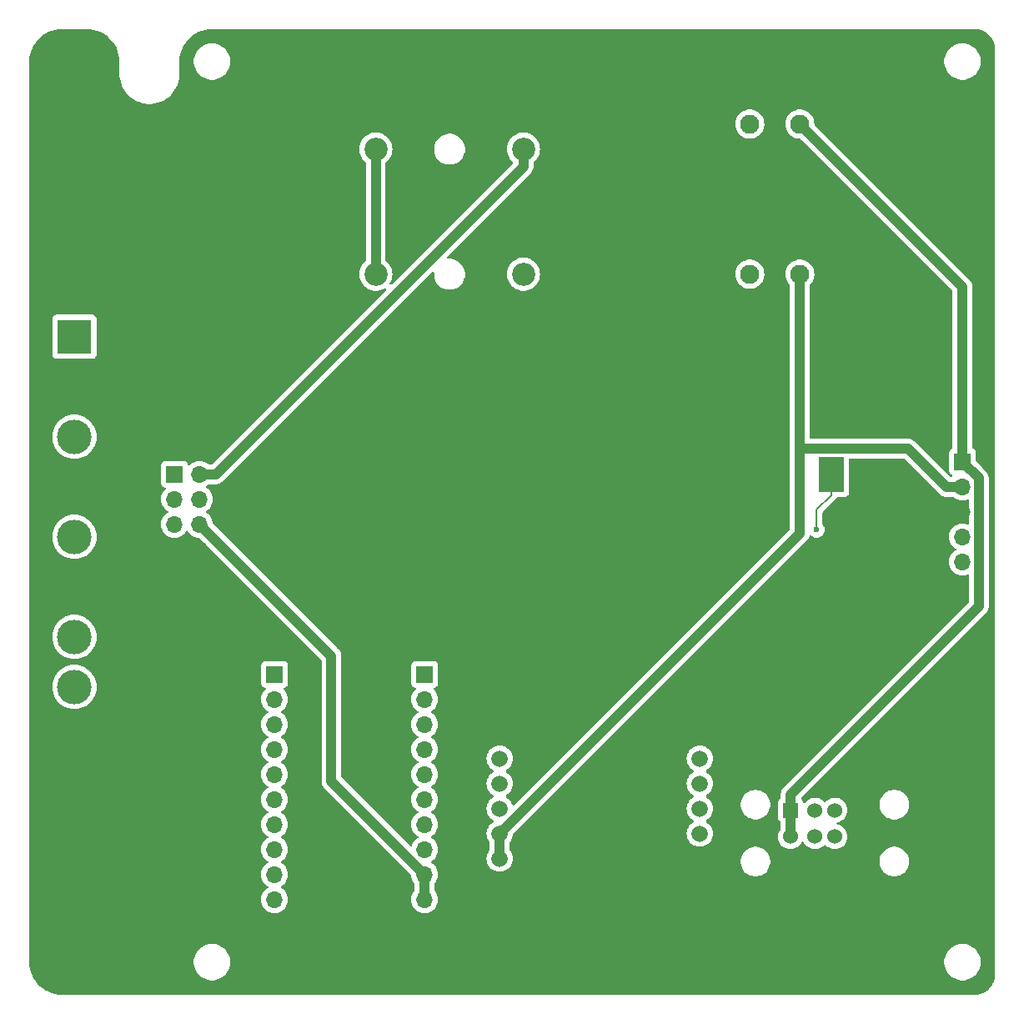
<source format=gbr>
%TF.GenerationSoftware,KiCad,Pcbnew,8.0.4-8.0.4-0~ubuntu22.04.1*%
%TF.CreationDate,2024-08-03T20:12:04+03:00*%
%TF.ProjectId,PM-CPU-ESP,504d2d43-5055-42d4-9553-502e6b696361,rev?*%
%TF.SameCoordinates,Original*%
%TF.FileFunction,Copper,L2,Bot*%
%TF.FilePolarity,Positive*%
%FSLAX46Y46*%
G04 Gerber Fmt 4.6, Leading zero omitted, Abs format (unit mm)*
G04 Created by KiCad (PCBNEW 8.0.4-8.0.4-0~ubuntu22.04.1) date 2024-08-03 20:12:04*
%MOMM*%
%LPD*%
G01*
G04 APERTURE LIST*
%TA.AperFunction,ComponentPad*%
%ADD10R,1.700000X1.700000*%
%TD*%
%TA.AperFunction,ComponentPad*%
%ADD11O,1.700000X1.700000*%
%TD*%
%TA.AperFunction,ComponentPad*%
%ADD12R,1.524000X1.524000*%
%TD*%
%TA.AperFunction,ComponentPad*%
%ADD13C,1.524000*%
%TD*%
%TA.AperFunction,ComponentPad*%
%ADD14R,1.665000X1.665000*%
%TD*%
%TA.AperFunction,ComponentPad*%
%ADD15C,1.665000*%
%TD*%
%TA.AperFunction,ComponentPad*%
%ADD16C,1.950000*%
%TD*%
%TA.AperFunction,ComponentPad*%
%ADD17C,2.350000*%
%TD*%
%TA.AperFunction,ComponentPad*%
%ADD18R,3.500000X3.500000*%
%TD*%
%TA.AperFunction,ComponentPad*%
%ADD19C,3.500000*%
%TD*%
%TA.AperFunction,SMDPad,CuDef*%
%ADD20R,2.590000X3.610000*%
%TD*%
%TA.AperFunction,ViaPad*%
%ADD21C,0.600000*%
%TD*%
%TA.AperFunction,Conductor*%
%ADD22C,1.000000*%
%TD*%
%TA.AperFunction,Conductor*%
%ADD23C,0.200000*%
%TD*%
G04 APERTURE END LIST*
D10*
%TO.P,J5,1,Pin_1*%
%TO.N,+5V*%
X125730000Y-87630000D03*
D11*
%TO.P,J5,2,Pin_2*%
%TO.N,+3.3V*%
X125730000Y-90170000D03*
%TO.P,J5,3,Pin_3*%
%TO.N,GND*%
X125730000Y-92710000D03*
%TO.P,J5,4,Pin_4*%
%TO.N,/SDA*%
X125730000Y-95250000D03*
%TO.P,J5,5,Pin_5*%
%TO.N,/SCL*%
X125730000Y-97790000D03*
%TD*%
D10*
%TO.P,J3,1,Pin_1*%
%TO.N,unconnected-(J3-Pin_1-Pad1)*%
X71120000Y-109220000D03*
D11*
%TO.P,J3,2,Pin_2*%
%TO.N,unconnected-(J3-Pin_2-Pad2)*%
X71120000Y-111760000D03*
%TO.P,J3,3,Pin_3*%
%TO.N,unconnected-(J3-Pin_3-Pad3)*%
X71120000Y-114300000D03*
%TO.P,J3,4,Pin_4*%
%TO.N,unconnected-(J3-Pin_4-Pad4)*%
X71120000Y-116840000D03*
%TO.P,J3,5,Pin_5*%
%TO.N,unconnected-(J3-Pin_5-Pad5)*%
X71120000Y-119380000D03*
%TO.P,J3,6,Pin_6*%
%TO.N,unconnected-(J3-Pin_6-Pad6)*%
X71120000Y-121920000D03*
%TO.P,J3,7,Pin_7*%
%TO.N,unconnected-(J3-Pin_7-Pad7)*%
X71120000Y-124460000D03*
%TO.P,J3,8,Pin_8*%
%TO.N,unconnected-(J3-Pin_8-Pad8)*%
X71120000Y-127000000D03*
%TO.P,J3,9,Pin_9*%
%TO.N,+3.3V*%
X71120000Y-129540000D03*
%TO.P,J3,10,Pin_10*%
X71120000Y-132080000D03*
%TO.P,J3,11,Pin_11*%
%TO.N,GND*%
X71120000Y-134620000D03*
%TO.P,J3,12,Pin_12*%
X71120000Y-137160000D03*
%TD*%
D12*
%TO.P,J1,1,5V*%
%TO.N,+5V*%
X108260000Y-123002500D03*
D13*
%TO.P,J1,2,D-*%
%TO.N,unconnected-(J1-D--Pad2)*%
X110760000Y-123002500D03*
%TO.P,J1,3,D+*%
%TO.N,unconnected-(J1-D+-Pad3)*%
X112760000Y-123002500D03*
%TO.P,J1,4,GND*%
%TO.N,GND*%
X115260000Y-123002500D03*
%TO.P,J1,5,5V*%
%TO.N,+5V*%
X108260000Y-125702500D03*
%TO.P,J1,6,D-*%
%TO.N,unconnected-(J1-D--Pad6)*%
X110760000Y-125702500D03*
%TO.P,J1,7,D+*%
%TO.N,unconnected-(J1-D+-Pad7)*%
X112760000Y-125702500D03*
%TO.P,J1,8,GND*%
%TO.N,GND*%
X115260000Y-125702500D03*
%TD*%
D14*
%TO.P,IC2,A1,GND_1*%
%TO.N,GND*%
X99060000Y-130460000D03*
D15*
%TO.P,IC2,A2,GND_2*%
X99060000Y-127920000D03*
%TO.P,IC2,A3,MOSI*%
%TO.N,/MOSI*%
X99060000Y-125380000D03*
%TO.P,IC2,A4,SCLK*%
%TO.N,/CLK*%
X99060000Y-122840000D03*
%TO.P,IC2,A5,CS*%
%TO.N,/CS*%
X99060000Y-120300000D03*
%TO.P,IC2,A6,INT*%
%TO.N,unconnected-(IC2-INT-PadA6)*%
X99060000Y-117760000D03*
D14*
%TO.P,IC2,B1,GND_3*%
%TO.N,GND*%
X78740000Y-130460000D03*
D15*
%TO.P,IC2,B2,3V3_1*%
%TO.N,+3.3V*%
X78740000Y-127920000D03*
%TO.P,IC2,B3,3V3_2*%
X78740000Y-125380000D03*
%TO.P,IC2,B4,NC*%
%TO.N,unconnected-(IC2-NC-PadB4)*%
X78740000Y-122840000D03*
%TO.P,IC2,B5,RST*%
%TO.N,/RST*%
X78740000Y-120300000D03*
%TO.P,IC2,B6,MISO*%
%TO.N,Net-(IC2-MISO)*%
X78740000Y-117760000D03*
%TD*%
D16*
%TO.P,J7,1,VIN*%
%TO.N,Net-(J7-VIN)*%
X104140000Y-68580000D03*
%TO.P,J7,2,GND*%
%TO.N,GND*%
X106680000Y-68580000D03*
%TO.P,J7,3,+VO*%
%TO.N,+3.3V*%
X109220000Y-68580000D03*
%TD*%
D17*
%TO.P,U1,1,1*%
%TO.N,/24V_IN*%
X66160000Y-68580000D03*
%TO.P,U1,2,2*%
%TO.N,Net-(J7-VIN)*%
X81160000Y-68580000D03*
%TD*%
%TO.P,U5,1,1*%
%TO.N,/24V_IN*%
X66160000Y-55880000D03*
%TO.P,U5,2,2*%
%TO.N,+24V*%
X81160000Y-55880000D03*
%TD*%
D10*
%TO.P,J2,1,Pin_1*%
%TO.N,/SDA*%
X55880000Y-109220000D03*
D11*
%TO.P,J2,2,Pin_2*%
%TO.N,/SCL*%
X55880000Y-111760000D03*
%TO.P,J2,3,Pin_3*%
%TO.N,Net-(J2-Pin_3)*%
X55880000Y-114300000D03*
%TO.P,J2,4,Pin_4*%
%TO.N,/MISO*%
X55880000Y-116840000D03*
%TO.P,J2,5,Pin_5*%
%TO.N,Net-(J2-Pin_5)*%
X55880000Y-119380000D03*
%TO.P,J2,6,Pin_6*%
%TO.N,Net-(J2-Pin_6)*%
X55880000Y-121920000D03*
%TO.P,J2,7,Pin_7*%
%TO.N,/RST*%
X55880000Y-124460000D03*
%TO.P,J2,8,Pin_8*%
%TO.N,unconnected-(J2-Pin_8-Pad8)*%
X55880000Y-127000000D03*
%TO.P,J2,9,Pin_9*%
%TO.N,Net-(D2-K)*%
X55880000Y-129540000D03*
%TO.P,J2,10,Pin_10*%
%TO.N,unconnected-(J2-Pin_10-Pad10)*%
X55880000Y-132080000D03*
%TO.P,J2,11,Pin_11*%
%TO.N,GND*%
X55880000Y-134620000D03*
%TO.P,J2,12,Pin_12*%
X55880000Y-137160000D03*
%TD*%
D16*
%TO.P,J6,1,VIN*%
%TO.N,+24V*%
X104140000Y-53340000D03*
%TO.P,J6,2,GND*%
%TO.N,GND*%
X106680000Y-53340000D03*
%TO.P,J6,3,+VO*%
%TO.N,+5V*%
X109220000Y-53340000D03*
%TD*%
D10*
%TO.P,J12,1,1*%
%TO.N,+24V*%
X45720000Y-88900000D03*
D11*
%TO.P,J12,2,2*%
X48260000Y-88900000D03*
%TO.P,J12,3,3*%
%TO.N,+5V*%
X45720000Y-91440000D03*
%TO.P,J12,4,4*%
X48260000Y-91440000D03*
%TO.P,J12,5,5*%
%TO.N,+3.3V*%
X45720000Y-93980000D03*
%TO.P,J12,6,6*%
X48260000Y-93980000D03*
%TO.P,J12,7,7*%
%TO.N,GND*%
X45720000Y-96520000D03*
%TO.P,J12,8,8*%
X48260000Y-96520000D03*
%TD*%
D18*
%TO.P,J8,1,Pin_1*%
%TO.N,/24V_IN*%
X35560000Y-74930000D03*
D19*
%TO.P,J8,2,Pin_2*%
%TO.N,GND*%
X35560000Y-80010000D03*
%TO.P,J8,3,Pin_3*%
%TO.N,+5V*%
X35560000Y-85090000D03*
%TO.P,J8,4,Pin_4*%
%TO.N,GND*%
X35560000Y-90170000D03*
%TO.P,J8,5,Pin_5*%
%TO.N,+3.3V*%
X35560000Y-95250000D03*
%TO.P,J8,6,Pin_6*%
%TO.N,GND*%
X35560000Y-100330000D03*
%TO.P,J8,7,Pin_7*%
%TO.N,/SDA*%
X35560000Y-105410000D03*
%TO.P,J8,8,Pin_8*%
%TO.N,/SCL*%
X35560000Y-110490000D03*
%TD*%
D20*
%TO.P,BT1,N*%
%TO.N,GND*%
X85700000Y-88900000D03*
%TO.P,BT1,P*%
%TO.N,Net-(U3-VBAT)*%
X112420000Y-88900000D03*
%TD*%
D21*
%TO.N,GND*%
X71120000Y-104140000D03*
X73660000Y-104140000D03*
X73660000Y-101600000D03*
X71120000Y-101600000D03*
%TO.N,Net-(U3-VBAT)*%
X110923000Y-94536500D03*
%TD*%
D22*
%TO.N,/24V_IN*%
X66160000Y-55880000D02*
X66160000Y-68580000D01*
%TO.N,+24V*%
X81160000Y-57651700D02*
X81160000Y-55880000D01*
X49911700Y-88900000D02*
X81160000Y-57651700D01*
X48260000Y-88900000D02*
X49911700Y-88900000D01*
D23*
%TO.N,Net-(U3-VBAT)*%
X110923000Y-92503700D02*
X110923000Y-94536500D01*
X112420000Y-91006700D02*
X110923000Y-92503700D01*
X112420000Y-88900000D02*
X112420000Y-91006700D01*
D22*
%TO.N,+3.3V*%
X125730000Y-90170000D02*
X124078300Y-90170000D01*
X71120000Y-132080000D02*
X71120000Y-129540000D01*
X61643500Y-107363500D02*
X48260000Y-93980000D01*
X61643500Y-120063500D02*
X61643500Y-107363500D01*
X71120000Y-129540000D02*
X61643500Y-120063500D01*
X120186500Y-86278200D02*
X124078300Y-90170000D01*
X109220000Y-86278200D02*
X120186500Y-86278200D01*
X109220000Y-86278200D02*
X109220000Y-68580000D01*
X78740000Y-125380000D02*
X78740000Y-127920000D01*
X109220000Y-94900000D02*
X109220000Y-86278200D01*
X78740000Y-125380000D02*
X109220000Y-94900000D01*
%TO.N,+5V*%
X125730000Y-69850000D02*
X125730000Y-87630000D01*
X109220000Y-53340000D02*
X125730000Y-69850000D01*
X108260000Y-125702500D02*
X108260000Y-123002500D01*
X127389700Y-89289700D02*
X125730000Y-87630000D01*
X127389700Y-102309100D02*
X127389700Y-89289700D01*
X108260000Y-121438800D02*
X127389700Y-102309100D01*
X108260000Y-123002500D02*
X108260000Y-121438800D01*
%TD*%
%TA.AperFunction,Conductor*%
%TO.N,GND*%
G36*
X36833243Y-43680669D02*
G01*
X37169450Y-43698290D01*
X37182358Y-43699647D01*
X37511677Y-43751806D01*
X37524342Y-43754497D01*
X37846422Y-43840798D01*
X37858749Y-43844803D01*
X38170038Y-43964296D01*
X38181873Y-43969565D01*
X38478976Y-44120947D01*
X38490191Y-44127423D01*
X38769832Y-44309023D01*
X38780313Y-44316638D01*
X38988456Y-44485188D01*
X39039441Y-44526475D01*
X39049086Y-44535160D01*
X39284839Y-44770913D01*
X39293524Y-44780558D01*
X39503359Y-45039683D01*
X39510978Y-45050171D01*
X39692573Y-45329802D01*
X39699055Y-45341029D01*
X39828834Y-45595733D01*
X39850429Y-45638115D01*
X39855708Y-45649972D01*
X39975193Y-45961241D01*
X39979204Y-45973586D01*
X40065498Y-46295642D01*
X40068196Y-46308337D01*
X40120352Y-46637641D01*
X40121709Y-46650549D01*
X40139330Y-46986756D01*
X40139500Y-46993246D01*
X40139500Y-48419342D01*
X40172812Y-48736295D01*
X40172813Y-48736296D01*
X40239070Y-49048014D01*
X40239071Y-49048015D01*
X40239072Y-49048019D01*
X40337553Y-49351113D01*
X40404540Y-49501569D01*
X40467178Y-49642257D01*
X40467181Y-49642262D01*
X40626520Y-49918246D01*
X40626520Y-49918247D01*
X40813851Y-50176083D01*
X40909267Y-50282052D01*
X41027091Y-50412909D01*
X41139670Y-50514275D01*
X41263916Y-50626148D01*
X41263922Y-50626152D01*
X41263925Y-50626155D01*
X41425766Y-50743740D01*
X41521753Y-50813479D01*
X41701443Y-50917223D01*
X41797747Y-50972824D01*
X42088887Y-51102447D01*
X42391981Y-51200928D01*
X42391984Y-51200928D01*
X42391985Y-51200929D01*
X42434934Y-51210058D01*
X42703708Y-51267188D01*
X43020654Y-51300500D01*
X43020658Y-51300500D01*
X43339342Y-51300500D01*
X43339346Y-51300500D01*
X43656292Y-51267188D01*
X43968019Y-51200928D01*
X44271113Y-51102447D01*
X44562253Y-50972824D01*
X44838246Y-50813479D01*
X44838247Y-50813479D01*
X44886502Y-50778418D01*
X45096075Y-50626155D01*
X45332909Y-50412909D01*
X45546155Y-50176075D01*
X45733478Y-49918248D01*
X45892824Y-49642253D01*
X46022447Y-49351113D01*
X46120928Y-49048019D01*
X46187188Y-48736292D01*
X46220500Y-48419346D01*
X46220500Y-48260000D01*
X46220500Y-48194108D01*
X46220500Y-46993246D01*
X46220670Y-46986756D01*
X46223953Y-46924108D01*
X46226856Y-46868711D01*
X47679500Y-46868711D01*
X47679500Y-47111288D01*
X47711161Y-47351785D01*
X47773947Y-47586104D01*
X47866773Y-47810205D01*
X47866776Y-47810212D01*
X47988064Y-48020289D01*
X47988066Y-48020292D01*
X47988067Y-48020293D01*
X48135733Y-48212736D01*
X48135739Y-48212743D01*
X48307256Y-48384260D01*
X48307263Y-48384266D01*
X48420321Y-48471018D01*
X48499711Y-48531936D01*
X48709788Y-48653224D01*
X48933900Y-48746054D01*
X49168211Y-48808838D01*
X49348586Y-48832584D01*
X49408711Y-48840500D01*
X49408712Y-48840500D01*
X49651289Y-48840500D01*
X49699388Y-48834167D01*
X49891789Y-48808838D01*
X50126100Y-48746054D01*
X50350212Y-48653224D01*
X50560289Y-48531936D01*
X50752738Y-48384265D01*
X50924265Y-48212738D01*
X51071936Y-48020289D01*
X51193224Y-47810212D01*
X51286054Y-47586100D01*
X51348838Y-47351789D01*
X51380500Y-47111288D01*
X51380500Y-46868712D01*
X51380500Y-46868711D01*
X123879500Y-46868711D01*
X123879500Y-47111288D01*
X123911161Y-47351785D01*
X123973947Y-47586104D01*
X124066773Y-47810205D01*
X124066776Y-47810212D01*
X124188064Y-48020289D01*
X124188066Y-48020292D01*
X124188067Y-48020293D01*
X124335733Y-48212736D01*
X124335739Y-48212743D01*
X124507256Y-48384260D01*
X124507263Y-48384266D01*
X124620321Y-48471018D01*
X124699711Y-48531936D01*
X124909788Y-48653224D01*
X125133900Y-48746054D01*
X125368211Y-48808838D01*
X125548586Y-48832584D01*
X125608711Y-48840500D01*
X125608712Y-48840500D01*
X125851289Y-48840500D01*
X125899388Y-48834167D01*
X126091789Y-48808838D01*
X126326100Y-48746054D01*
X126550212Y-48653224D01*
X126760289Y-48531936D01*
X126952738Y-48384265D01*
X127124265Y-48212738D01*
X127271936Y-48020289D01*
X127393224Y-47810212D01*
X127486054Y-47586100D01*
X127548838Y-47351789D01*
X127580500Y-47111288D01*
X127580500Y-46868712D01*
X127548838Y-46628211D01*
X127486054Y-46393900D01*
X127393224Y-46169788D01*
X127271936Y-45959711D01*
X127124265Y-45767262D01*
X127124260Y-45767256D01*
X126952743Y-45595739D01*
X126952736Y-45595733D01*
X126760293Y-45448067D01*
X126760292Y-45448066D01*
X126760289Y-45448064D01*
X126574909Y-45341035D01*
X126550214Y-45326777D01*
X126550205Y-45326773D01*
X126326104Y-45233947D01*
X126199827Y-45200111D01*
X126091789Y-45171162D01*
X126091788Y-45171161D01*
X126091785Y-45171161D01*
X125851289Y-45139500D01*
X125851288Y-45139500D01*
X125608712Y-45139500D01*
X125608711Y-45139500D01*
X125368214Y-45171161D01*
X125133895Y-45233947D01*
X124909794Y-45326773D01*
X124909785Y-45326777D01*
X124699706Y-45448067D01*
X124507263Y-45595733D01*
X124507256Y-45595739D01*
X124335739Y-45767256D01*
X124335733Y-45767263D01*
X124188067Y-45959706D01*
X124066777Y-46169785D01*
X124066773Y-46169794D01*
X123973947Y-46393895D01*
X123911161Y-46628214D01*
X123879500Y-46868711D01*
X51380500Y-46868711D01*
X51348838Y-46628211D01*
X51286054Y-46393900D01*
X51193224Y-46169788D01*
X51071936Y-45959711D01*
X50924265Y-45767262D01*
X50924260Y-45767256D01*
X50752743Y-45595739D01*
X50752736Y-45595733D01*
X50560293Y-45448067D01*
X50560292Y-45448066D01*
X50560289Y-45448064D01*
X50374909Y-45341035D01*
X50350214Y-45326777D01*
X50350205Y-45326773D01*
X50126104Y-45233947D01*
X49999827Y-45200111D01*
X49891789Y-45171162D01*
X49891788Y-45171161D01*
X49891785Y-45171161D01*
X49651289Y-45139500D01*
X49651288Y-45139500D01*
X49408712Y-45139500D01*
X49408711Y-45139500D01*
X49168214Y-45171161D01*
X48933895Y-45233947D01*
X48709794Y-45326773D01*
X48709785Y-45326777D01*
X48499706Y-45448067D01*
X48307263Y-45595733D01*
X48307256Y-45595739D01*
X48135739Y-45767256D01*
X48135733Y-45767263D01*
X47988067Y-45959706D01*
X47866777Y-46169785D01*
X47866773Y-46169794D01*
X47773947Y-46393895D01*
X47711161Y-46628214D01*
X47679500Y-46868711D01*
X46226856Y-46868711D01*
X46238290Y-46650547D01*
X46239647Y-46637641D01*
X46241141Y-46628211D01*
X46291806Y-46308318D01*
X46294496Y-46295661D01*
X46380799Y-45973571D01*
X46384801Y-45961256D01*
X46504298Y-45649954D01*
X46509561Y-45638133D01*
X46660951Y-45341014D01*
X46667417Y-45329816D01*
X46849029Y-45050158D01*
X46856631Y-45039695D01*
X47066483Y-44780548D01*
X47075150Y-44770923D01*
X47310923Y-44535150D01*
X47320548Y-44526483D01*
X47579695Y-44316631D01*
X47590158Y-44309029D01*
X47869816Y-44127417D01*
X47881014Y-44120951D01*
X48178133Y-43969561D01*
X48189954Y-43964298D01*
X48501256Y-43844801D01*
X48513571Y-43840799D01*
X48835661Y-43754496D01*
X48848318Y-43751806D01*
X49177643Y-43699646D01*
X49190547Y-43698290D01*
X49526756Y-43680669D01*
X49533246Y-43680500D01*
X49595892Y-43680500D01*
X126934108Y-43680500D01*
X126995933Y-43680500D01*
X127004042Y-43680765D01*
X127026774Y-43682254D01*
X127258114Y-43697417D01*
X127274172Y-43699532D01*
X127519888Y-43748408D01*
X127535554Y-43752606D01*
X127686736Y-43803925D01*
X127772788Y-43833136D01*
X127787765Y-43839339D01*
X128005336Y-43946633D01*
X128012460Y-43950146D01*
X128026508Y-43958256D01*
X128234815Y-44097443D01*
X128247675Y-44107311D01*
X128362674Y-44208162D01*
X128436033Y-44272497D01*
X128447502Y-44283966D01*
X128612685Y-44472320D01*
X128622559Y-44485188D01*
X128761743Y-44693492D01*
X128769853Y-44707539D01*
X128880657Y-44932227D01*
X128886864Y-44947213D01*
X128967393Y-45184445D01*
X128971591Y-45200111D01*
X129020465Y-45445813D01*
X129022583Y-45461895D01*
X129039235Y-45715956D01*
X129039500Y-45724066D01*
X129039500Y-139695933D01*
X129039235Y-139704043D01*
X129022583Y-139958104D01*
X129020465Y-139974186D01*
X128971591Y-140219888D01*
X128967393Y-140235554D01*
X128886864Y-140472786D01*
X128880657Y-140487772D01*
X128769853Y-140712460D01*
X128761743Y-140726507D01*
X128622559Y-140934811D01*
X128612685Y-140947679D01*
X128447502Y-141136033D01*
X128436033Y-141147502D01*
X128247679Y-141312685D01*
X128234811Y-141322559D01*
X128026507Y-141461743D01*
X128012460Y-141469853D01*
X127787772Y-141580657D01*
X127772786Y-141586864D01*
X127535554Y-141667393D01*
X127519888Y-141671591D01*
X127274186Y-141720465D01*
X127258104Y-141722583D01*
X127004043Y-141739235D01*
X126995933Y-141739500D01*
X34293246Y-141739500D01*
X34286756Y-141739330D01*
X34284943Y-141739235D01*
X34282144Y-141739088D01*
X33950549Y-141721709D01*
X33937641Y-141720352D01*
X33608337Y-141668196D01*
X33595642Y-141665498D01*
X33273586Y-141579204D01*
X33261241Y-141575193D01*
X32949972Y-141455708D01*
X32938115Y-141450429D01*
X32757200Y-141358248D01*
X32641029Y-141299055D01*
X32629802Y-141292573D01*
X32350171Y-141110978D01*
X32339683Y-141103359D01*
X32080558Y-140893524D01*
X32070913Y-140884839D01*
X31835160Y-140649086D01*
X31826475Y-140639441D01*
X31703656Y-140487772D01*
X31616638Y-140380313D01*
X31609023Y-140369832D01*
X31427423Y-140090191D01*
X31420947Y-140078976D01*
X31269565Y-139781873D01*
X31264296Y-139770038D01*
X31144803Y-139458749D01*
X31140798Y-139446422D01*
X31054497Y-139124342D01*
X31051806Y-139111677D01*
X30999647Y-138782358D01*
X30998290Y-138769450D01*
X30980670Y-138433243D01*
X30980500Y-138426753D01*
X30980500Y-138308711D01*
X47679500Y-138308711D01*
X47679500Y-138551288D01*
X47711161Y-138791785D01*
X47773947Y-139026104D01*
X47814645Y-139124357D01*
X47866776Y-139250212D01*
X47988064Y-139460289D01*
X47988066Y-139460292D01*
X47988067Y-139460293D01*
X48135733Y-139652736D01*
X48135739Y-139652743D01*
X48307256Y-139824260D01*
X48307263Y-139824266D01*
X48420321Y-139911018D01*
X48499711Y-139971936D01*
X48709788Y-140093224D01*
X48933900Y-140186054D01*
X49168211Y-140248838D01*
X49348586Y-140272584D01*
X49408711Y-140280500D01*
X49408712Y-140280500D01*
X49651289Y-140280500D01*
X49699388Y-140274167D01*
X49891789Y-140248838D01*
X50126100Y-140186054D01*
X50350212Y-140093224D01*
X50560289Y-139971936D01*
X50752738Y-139824265D01*
X50924265Y-139652738D01*
X51071936Y-139460289D01*
X51193224Y-139250212D01*
X51286054Y-139026100D01*
X51348838Y-138791789D01*
X51380500Y-138551288D01*
X51380500Y-138308712D01*
X51380500Y-138308711D01*
X123879500Y-138308711D01*
X123879500Y-138551288D01*
X123911161Y-138791785D01*
X123973947Y-139026104D01*
X124014645Y-139124357D01*
X124066776Y-139250212D01*
X124188064Y-139460289D01*
X124188066Y-139460292D01*
X124188067Y-139460293D01*
X124335733Y-139652736D01*
X124335739Y-139652743D01*
X124507256Y-139824260D01*
X124507263Y-139824266D01*
X124620321Y-139911018D01*
X124699711Y-139971936D01*
X124909788Y-140093224D01*
X125133900Y-140186054D01*
X125368211Y-140248838D01*
X125548586Y-140272584D01*
X125608711Y-140280500D01*
X125608712Y-140280500D01*
X125851289Y-140280500D01*
X125899388Y-140274167D01*
X126091789Y-140248838D01*
X126326100Y-140186054D01*
X126550212Y-140093224D01*
X126760289Y-139971936D01*
X126952738Y-139824265D01*
X127124265Y-139652738D01*
X127271936Y-139460289D01*
X127393224Y-139250212D01*
X127486054Y-139026100D01*
X127548838Y-138791789D01*
X127580500Y-138551288D01*
X127580500Y-138308712D01*
X127548838Y-138068211D01*
X127486054Y-137833900D01*
X127393224Y-137609788D01*
X127271936Y-137399711D01*
X127124265Y-137207262D01*
X127124260Y-137207256D01*
X126952743Y-137035739D01*
X126952736Y-137035733D01*
X126760293Y-136888067D01*
X126760292Y-136888066D01*
X126760289Y-136888064D01*
X126550212Y-136766776D01*
X126550205Y-136766773D01*
X126326104Y-136673947D01*
X126091785Y-136611161D01*
X125851289Y-136579500D01*
X125851288Y-136579500D01*
X125608712Y-136579500D01*
X125608711Y-136579500D01*
X125368214Y-136611161D01*
X125133895Y-136673947D01*
X124909794Y-136766773D01*
X124909785Y-136766777D01*
X124699706Y-136888067D01*
X124507263Y-137035733D01*
X124507256Y-137035739D01*
X124335739Y-137207256D01*
X124335733Y-137207263D01*
X124188067Y-137399706D01*
X124066777Y-137609785D01*
X124066773Y-137609794D01*
X123973947Y-137833895D01*
X123911161Y-138068214D01*
X123879500Y-138308711D01*
X51380500Y-138308711D01*
X51348838Y-138068211D01*
X51286054Y-137833900D01*
X51193224Y-137609788D01*
X51071936Y-137399711D01*
X50924265Y-137207262D01*
X50924260Y-137207256D01*
X50752743Y-137035739D01*
X50752736Y-137035733D01*
X50560293Y-136888067D01*
X50560292Y-136888066D01*
X50560289Y-136888064D01*
X50350212Y-136766776D01*
X50350205Y-136766773D01*
X50126104Y-136673947D01*
X49891785Y-136611161D01*
X49651289Y-136579500D01*
X49651288Y-136579500D01*
X49408712Y-136579500D01*
X49408711Y-136579500D01*
X49168214Y-136611161D01*
X48933895Y-136673947D01*
X48709794Y-136766773D01*
X48709785Y-136766777D01*
X48499706Y-136888067D01*
X48307263Y-137035733D01*
X48307256Y-137035739D01*
X48135739Y-137207256D01*
X48135733Y-137207263D01*
X47988067Y-137399706D01*
X47866777Y-137609785D01*
X47866773Y-137609794D01*
X47773947Y-137833895D01*
X47711161Y-138068214D01*
X47679500Y-138308711D01*
X30980500Y-138308711D01*
X30980500Y-110489992D01*
X33304671Y-110489992D01*
X33304671Y-110490007D01*
X33323964Y-110784363D01*
X33323965Y-110784373D01*
X33323966Y-110784380D01*
X33323968Y-110784390D01*
X33381518Y-111073716D01*
X33381521Y-111073730D01*
X33476349Y-111353080D01*
X33606825Y-111617660D01*
X33606829Y-111617667D01*
X33770725Y-111862955D01*
X33965241Y-112084758D01*
X34123623Y-112223655D01*
X34187043Y-112279273D01*
X34432335Y-112443172D01*
X34696923Y-112573652D01*
X34976278Y-112668481D01*
X35265620Y-112726034D01*
X35293888Y-112727886D01*
X35559993Y-112745329D01*
X35560000Y-112745329D01*
X35560007Y-112745329D01*
X35795675Y-112729881D01*
X35854380Y-112726034D01*
X36143722Y-112668481D01*
X36423077Y-112573652D01*
X36687665Y-112443172D01*
X36932957Y-112279273D01*
X37154758Y-112084758D01*
X37349273Y-111862957D01*
X37418067Y-111759999D01*
X54524341Y-111759999D01*
X54524341Y-111760000D01*
X54544936Y-111995403D01*
X54544938Y-111995413D01*
X54606094Y-112223655D01*
X54606096Y-112223659D01*
X54606097Y-112223663D01*
X54632029Y-112279274D01*
X54705965Y-112437830D01*
X54705967Y-112437834D01*
X54841501Y-112631395D01*
X54841506Y-112631402D01*
X55008597Y-112798493D01*
X55008603Y-112798498D01*
X55194158Y-112928425D01*
X55237783Y-112983002D01*
X55244977Y-113052500D01*
X55213454Y-113114855D01*
X55194158Y-113131575D01*
X55008597Y-113261505D01*
X54841505Y-113428597D01*
X54705965Y-113622169D01*
X54705964Y-113622171D01*
X54606098Y-113836335D01*
X54606094Y-113836344D01*
X54544938Y-114064586D01*
X54544936Y-114064596D01*
X54524341Y-114299999D01*
X54524341Y-114300000D01*
X54544936Y-114535403D01*
X54544938Y-114535413D01*
X54606094Y-114763655D01*
X54606096Y-114763659D01*
X54606097Y-114763663D01*
X54705965Y-114977830D01*
X54705967Y-114977834D01*
X54841501Y-115171395D01*
X54841506Y-115171402D01*
X55008597Y-115338493D01*
X55008603Y-115338498D01*
X55194158Y-115468425D01*
X55237783Y-115523002D01*
X55244977Y-115592500D01*
X55213454Y-115654855D01*
X55194158Y-115671575D01*
X55008597Y-115801505D01*
X54841505Y-115968597D01*
X54705965Y-116162169D01*
X54705964Y-116162171D01*
X54606098Y-116376335D01*
X54606094Y-116376344D01*
X54544938Y-116604586D01*
X54544936Y-116604596D01*
X54524341Y-116839999D01*
X54524341Y-116840000D01*
X54544936Y-117075403D01*
X54544938Y-117075413D01*
X54606094Y-117303655D01*
X54606096Y-117303659D01*
X54606097Y-117303663D01*
X54705965Y-117517830D01*
X54705967Y-117517834D01*
X54841501Y-117711395D01*
X54841506Y-117711402D01*
X55008597Y-117878493D01*
X55008603Y-117878498D01*
X55194158Y-118008425D01*
X55237783Y-118063002D01*
X55244977Y-118132500D01*
X55213454Y-118194855D01*
X55194158Y-118211575D01*
X55008597Y-118341505D01*
X54841505Y-118508597D01*
X54705965Y-118702169D01*
X54705964Y-118702171D01*
X54606098Y-118916335D01*
X54606094Y-118916344D01*
X54544938Y-119144586D01*
X54544936Y-119144596D01*
X54524341Y-119379999D01*
X54524341Y-119380000D01*
X54544936Y-119615403D01*
X54544938Y-119615413D01*
X54606094Y-119843655D01*
X54606096Y-119843659D01*
X54606097Y-119843663D01*
X54662659Y-119964960D01*
X54705965Y-120057830D01*
X54705967Y-120057834D01*
X54841501Y-120251395D01*
X54841506Y-120251402D01*
X55008597Y-120418493D01*
X55008603Y-120418498D01*
X55194158Y-120548425D01*
X55237783Y-120603002D01*
X55244977Y-120672500D01*
X55213454Y-120734855D01*
X55194158Y-120751575D01*
X55008597Y-120881505D01*
X54841505Y-121048597D01*
X54705965Y-121242169D01*
X54705964Y-121242171D01*
X54606098Y-121456335D01*
X54606094Y-121456344D01*
X54544938Y-121684586D01*
X54544936Y-121684596D01*
X54524341Y-121919999D01*
X54524341Y-121920000D01*
X54544936Y-122155403D01*
X54544938Y-122155413D01*
X54606094Y-122383655D01*
X54606096Y-122383659D01*
X54606097Y-122383663D01*
X54705965Y-122597830D01*
X54705967Y-122597834D01*
X54841501Y-122791395D01*
X54841506Y-122791402D01*
X55008597Y-122958493D01*
X55008603Y-122958498D01*
X55194158Y-123088425D01*
X55237783Y-123143002D01*
X55244977Y-123212500D01*
X55213454Y-123274855D01*
X55194158Y-123291575D01*
X55008597Y-123421505D01*
X54841505Y-123588597D01*
X54705965Y-123782169D01*
X54705964Y-123782171D01*
X54606098Y-123996335D01*
X54606094Y-123996344D01*
X54544938Y-124224586D01*
X54544936Y-124224596D01*
X54524341Y-124459999D01*
X54524341Y-124460000D01*
X54544936Y-124695403D01*
X54544938Y-124695413D01*
X54606094Y-124923655D01*
X54606096Y-124923659D01*
X54606097Y-124923663D01*
X54705965Y-125137830D01*
X54705967Y-125137834D01*
X54841501Y-125331395D01*
X54841506Y-125331402D01*
X55008597Y-125498493D01*
X55008603Y-125498498D01*
X55194158Y-125628425D01*
X55237783Y-125683002D01*
X55244977Y-125752500D01*
X55213454Y-125814855D01*
X55194158Y-125831575D01*
X55008597Y-125961505D01*
X54841505Y-126128597D01*
X54705965Y-126322169D01*
X54705964Y-126322171D01*
X54606098Y-126536335D01*
X54606094Y-126536344D01*
X54544938Y-126764586D01*
X54544936Y-126764596D01*
X54524341Y-126999999D01*
X54524341Y-127000000D01*
X54544936Y-127235403D01*
X54544938Y-127235413D01*
X54606094Y-127463655D01*
X54606096Y-127463659D01*
X54606097Y-127463663D01*
X54691357Y-127646503D01*
X54705965Y-127677830D01*
X54705967Y-127677834D01*
X54841501Y-127871395D01*
X54841506Y-127871402D01*
X55008597Y-128038493D01*
X55008603Y-128038498D01*
X55194158Y-128168425D01*
X55237783Y-128223002D01*
X55244977Y-128292500D01*
X55213454Y-128354855D01*
X55194158Y-128371575D01*
X55008597Y-128501505D01*
X54841505Y-128668597D01*
X54705965Y-128862169D01*
X54705964Y-128862171D01*
X54606098Y-129076335D01*
X54606094Y-129076344D01*
X54544938Y-129304586D01*
X54544936Y-129304596D01*
X54524341Y-129539999D01*
X54524341Y-129540000D01*
X54544936Y-129775403D01*
X54544938Y-129775413D01*
X54606094Y-130003655D01*
X54606096Y-130003659D01*
X54606097Y-130003663D01*
X54705965Y-130217830D01*
X54705967Y-130217834D01*
X54841501Y-130411395D01*
X54841506Y-130411402D01*
X55008597Y-130578493D01*
X55008603Y-130578498D01*
X55194158Y-130708425D01*
X55237783Y-130763002D01*
X55244977Y-130832500D01*
X55213454Y-130894855D01*
X55194158Y-130911575D01*
X55008597Y-131041505D01*
X54841505Y-131208597D01*
X54705965Y-131402169D01*
X54705964Y-131402171D01*
X54606098Y-131616335D01*
X54606094Y-131616344D01*
X54544938Y-131844586D01*
X54544936Y-131844596D01*
X54524341Y-132079999D01*
X54524341Y-132080000D01*
X54544936Y-132315403D01*
X54544938Y-132315413D01*
X54606094Y-132543655D01*
X54606096Y-132543659D01*
X54606097Y-132543663D01*
X54705965Y-132757830D01*
X54705967Y-132757834D01*
X54814281Y-132912521D01*
X54841505Y-132951401D01*
X55008599Y-133118495D01*
X55105384Y-133186265D01*
X55202165Y-133254032D01*
X55202167Y-133254033D01*
X55202170Y-133254035D01*
X55416337Y-133353903D01*
X55644592Y-133415063D01*
X55832918Y-133431539D01*
X55879999Y-133435659D01*
X55880000Y-133435659D01*
X55880001Y-133435659D01*
X55919234Y-133432226D01*
X56115408Y-133415063D01*
X56343663Y-133353903D01*
X56557830Y-133254035D01*
X56751401Y-133118495D01*
X56918495Y-132951401D01*
X57054035Y-132757830D01*
X57153903Y-132543663D01*
X57215063Y-132315408D01*
X57235659Y-132080000D01*
X57215063Y-131844592D01*
X57153903Y-131616337D01*
X57054035Y-131402171D01*
X56918495Y-131208599D01*
X56918494Y-131208597D01*
X56751402Y-131041506D01*
X56751396Y-131041501D01*
X56565842Y-130911575D01*
X56522217Y-130856998D01*
X56515023Y-130787500D01*
X56546546Y-130725145D01*
X56565842Y-130708425D01*
X56588026Y-130692891D01*
X56751401Y-130578495D01*
X56918495Y-130411401D01*
X57054035Y-130217830D01*
X57153903Y-130003663D01*
X57215063Y-129775408D01*
X57235659Y-129540000D01*
X57232670Y-129505842D01*
X57231539Y-129492918D01*
X57215063Y-129304592D01*
X57153903Y-129076337D01*
X57054035Y-128862171D01*
X57009450Y-128798496D01*
X56918494Y-128668597D01*
X56751402Y-128501506D01*
X56751396Y-128501501D01*
X56565842Y-128371575D01*
X56522217Y-128316998D01*
X56515023Y-128247500D01*
X56546546Y-128185145D01*
X56565842Y-128168425D01*
X56588797Y-128152352D01*
X56751401Y-128038495D01*
X56918495Y-127871401D01*
X57054035Y-127677830D01*
X57153903Y-127463663D01*
X57215063Y-127235408D01*
X57235659Y-127000000D01*
X57215063Y-126764592D01*
X57156794Y-126547126D01*
X57153905Y-126536344D01*
X57153904Y-126536343D01*
X57153903Y-126536337D01*
X57054035Y-126322171D01*
X57048488Y-126314248D01*
X56918494Y-126128597D01*
X56751402Y-125961506D01*
X56751396Y-125961501D01*
X56565842Y-125831575D01*
X56522217Y-125776998D01*
X56515023Y-125707500D01*
X56546546Y-125645145D01*
X56565842Y-125628425D01*
X56588797Y-125612352D01*
X56751401Y-125498495D01*
X56918495Y-125331401D01*
X57054035Y-125137830D01*
X57153903Y-124923663D01*
X57215063Y-124695408D01*
X57235659Y-124460000D01*
X57215063Y-124224592D01*
X57155735Y-124003175D01*
X57153905Y-123996344D01*
X57153904Y-123996343D01*
X57153903Y-123996337D01*
X57054035Y-123782171D01*
X57049333Y-123775455D01*
X56918494Y-123588597D01*
X56751402Y-123421506D01*
X56751396Y-123421501D01*
X56565842Y-123291575D01*
X56522217Y-123236998D01*
X56515023Y-123167500D01*
X56546546Y-123105145D01*
X56565842Y-123088425D01*
X56679998Y-123008492D01*
X56751401Y-122958495D01*
X56918495Y-122791401D01*
X57054035Y-122597830D01*
X57153903Y-122383663D01*
X57215063Y-122155408D01*
X57235659Y-121920000D01*
X57215063Y-121684592D01*
X57155735Y-121463175D01*
X57153905Y-121456344D01*
X57153904Y-121456343D01*
X57153903Y-121456337D01*
X57054035Y-121242171D01*
X56988907Y-121149157D01*
X56918494Y-121048597D01*
X56751402Y-120881506D01*
X56751396Y-120881501D01*
X56565842Y-120751575D01*
X56522217Y-120696998D01*
X56515023Y-120627500D01*
X56546546Y-120565145D01*
X56565842Y-120548425D01*
X56588801Y-120532349D01*
X56751401Y-120418495D01*
X56918495Y-120251401D01*
X57054035Y-120057830D01*
X57153903Y-119843663D01*
X57215063Y-119615408D01*
X57235659Y-119380000D01*
X57215063Y-119144592D01*
X57155735Y-118923175D01*
X57153905Y-118916344D01*
X57153904Y-118916343D01*
X57153903Y-118916337D01*
X57054035Y-118702171D01*
X56918495Y-118508599D01*
X56918494Y-118508597D01*
X56751402Y-118341506D01*
X56751396Y-118341501D01*
X56565842Y-118211575D01*
X56522217Y-118156998D01*
X56515023Y-118087500D01*
X56546546Y-118025145D01*
X56565842Y-118008425D01*
X56588797Y-117992352D01*
X56751401Y-117878495D01*
X56918495Y-117711401D01*
X57054035Y-117517830D01*
X57153903Y-117303663D01*
X57215063Y-117075408D01*
X57235659Y-116840000D01*
X57215063Y-116604592D01*
X57153903Y-116376337D01*
X57054035Y-116162171D01*
X56918495Y-115968599D01*
X56918494Y-115968597D01*
X56751402Y-115801506D01*
X56751396Y-115801501D01*
X56565842Y-115671575D01*
X56522217Y-115616998D01*
X56515023Y-115547500D01*
X56546546Y-115485145D01*
X56565842Y-115468425D01*
X56588026Y-115452891D01*
X56751401Y-115338495D01*
X56918495Y-115171401D01*
X57054035Y-114977830D01*
X57153903Y-114763663D01*
X57215063Y-114535408D01*
X57235659Y-114300000D01*
X57215063Y-114064592D01*
X57153903Y-113836337D01*
X57054035Y-113622171D01*
X56918495Y-113428599D01*
X56918494Y-113428597D01*
X56751402Y-113261506D01*
X56751396Y-113261501D01*
X56565842Y-113131575D01*
X56522217Y-113076998D01*
X56515023Y-113007500D01*
X56546546Y-112945145D01*
X56565842Y-112928425D01*
X56588026Y-112912891D01*
X56751401Y-112798495D01*
X56918495Y-112631401D01*
X57054035Y-112437830D01*
X57153903Y-112223663D01*
X57215063Y-111995408D01*
X57235659Y-111760000D01*
X57215063Y-111524592D01*
X57153903Y-111296337D01*
X57054035Y-111082171D01*
X56918495Y-110888599D01*
X56796567Y-110766671D01*
X56763084Y-110705351D01*
X56768068Y-110635659D01*
X56809939Y-110579725D01*
X56840915Y-110562810D01*
X56972331Y-110513796D01*
X57087546Y-110427546D01*
X57173796Y-110312331D01*
X57224091Y-110177483D01*
X57230500Y-110117873D01*
X57230499Y-108322128D01*
X57224091Y-108262517D01*
X57220902Y-108253968D01*
X57173797Y-108127671D01*
X57173793Y-108127664D01*
X57087547Y-108012455D01*
X57087544Y-108012452D01*
X56972335Y-107926206D01*
X56972328Y-107926202D01*
X56837482Y-107875908D01*
X56837483Y-107875908D01*
X56777883Y-107869501D01*
X56777881Y-107869500D01*
X56777873Y-107869500D01*
X56777864Y-107869500D01*
X54982129Y-107869500D01*
X54982123Y-107869501D01*
X54922516Y-107875908D01*
X54787671Y-107926202D01*
X54787664Y-107926206D01*
X54672455Y-108012452D01*
X54672452Y-108012455D01*
X54586206Y-108127664D01*
X54586202Y-108127671D01*
X54535908Y-108262517D01*
X54530640Y-108311521D01*
X54529501Y-108322123D01*
X54529500Y-108322135D01*
X54529500Y-110117870D01*
X54529501Y-110117876D01*
X54535908Y-110177483D01*
X54586202Y-110312328D01*
X54586206Y-110312335D01*
X54672452Y-110427544D01*
X54672455Y-110427547D01*
X54787664Y-110513793D01*
X54787671Y-110513797D01*
X54919081Y-110562810D01*
X54975015Y-110604681D01*
X54999432Y-110670145D01*
X54984580Y-110738418D01*
X54963430Y-110766673D01*
X54841503Y-110888600D01*
X54705965Y-111082169D01*
X54705964Y-111082171D01*
X54606098Y-111296335D01*
X54606094Y-111296344D01*
X54544938Y-111524586D01*
X54544936Y-111524596D01*
X54524341Y-111759999D01*
X37418067Y-111759999D01*
X37513172Y-111617665D01*
X37643652Y-111353077D01*
X37738481Y-111073722D01*
X37796034Y-110784380D01*
X37801214Y-110705351D01*
X37815329Y-110490007D01*
X37815329Y-110489992D01*
X37796035Y-110195636D01*
X37796034Y-110195620D01*
X37738481Y-109906278D01*
X37643652Y-109626923D01*
X37513172Y-109362336D01*
X37349273Y-109117043D01*
X37306655Y-109068447D01*
X37154758Y-108895241D01*
X36932955Y-108700725D01*
X36687667Y-108536829D01*
X36687660Y-108536825D01*
X36423080Y-108406349D01*
X36143730Y-108311521D01*
X36143724Y-108311519D01*
X36143722Y-108311519D01*
X35854380Y-108253966D01*
X35854373Y-108253965D01*
X35854363Y-108253964D01*
X35560007Y-108234671D01*
X35559993Y-108234671D01*
X35265636Y-108253964D01*
X35265624Y-108253965D01*
X35265620Y-108253966D01*
X35265612Y-108253967D01*
X35265609Y-108253968D01*
X34976283Y-108311518D01*
X34976269Y-108311521D01*
X34696919Y-108406349D01*
X34432334Y-108536828D01*
X34187041Y-108700728D01*
X33965241Y-108895241D01*
X33770728Y-109117041D01*
X33606828Y-109362334D01*
X33476349Y-109626919D01*
X33381521Y-109906269D01*
X33381518Y-109906283D01*
X33323968Y-110195609D01*
X33323964Y-110195636D01*
X33304671Y-110489992D01*
X30980500Y-110489992D01*
X30980500Y-105409992D01*
X33304671Y-105409992D01*
X33304671Y-105410007D01*
X33323964Y-105704363D01*
X33323965Y-105704373D01*
X33323966Y-105704380D01*
X33323968Y-105704390D01*
X33381518Y-105993716D01*
X33381521Y-105993730D01*
X33476349Y-106273080D01*
X33606825Y-106537660D01*
X33606829Y-106537667D01*
X33770725Y-106782955D01*
X33965241Y-107004758D01*
X34041540Y-107071670D01*
X34187043Y-107199273D01*
X34432335Y-107363172D01*
X34696923Y-107493652D01*
X34976278Y-107588481D01*
X35265620Y-107646034D01*
X35293888Y-107647886D01*
X35559993Y-107665329D01*
X35560000Y-107665329D01*
X35560007Y-107665329D01*
X35795675Y-107649881D01*
X35854380Y-107646034D01*
X36143722Y-107588481D01*
X36423077Y-107493652D01*
X36687665Y-107363172D01*
X36932957Y-107199273D01*
X37154758Y-107004758D01*
X37349273Y-106782957D01*
X37513172Y-106537665D01*
X37643652Y-106273077D01*
X37738481Y-105993722D01*
X37796034Y-105704380D01*
X37815329Y-105410000D01*
X37815329Y-105409992D01*
X37796035Y-105115636D01*
X37796034Y-105115620D01*
X37738481Y-104826278D01*
X37643652Y-104546923D01*
X37513172Y-104282336D01*
X37349273Y-104037043D01*
X37306655Y-103988447D01*
X37154758Y-103815241D01*
X36932955Y-103620725D01*
X36687667Y-103456829D01*
X36687660Y-103456825D01*
X36423080Y-103326349D01*
X36143730Y-103231521D01*
X36143724Y-103231519D01*
X36143722Y-103231519D01*
X35854380Y-103173966D01*
X35854373Y-103173965D01*
X35854363Y-103173964D01*
X35560007Y-103154671D01*
X35559993Y-103154671D01*
X35265636Y-103173964D01*
X35265624Y-103173965D01*
X35265620Y-103173966D01*
X35265612Y-103173967D01*
X35265609Y-103173968D01*
X34976283Y-103231518D01*
X34976269Y-103231521D01*
X34696919Y-103326349D01*
X34432334Y-103456828D01*
X34187041Y-103620728D01*
X33965241Y-103815241D01*
X33770728Y-104037041D01*
X33606828Y-104282334D01*
X33476349Y-104546919D01*
X33381521Y-104826269D01*
X33381518Y-104826283D01*
X33323968Y-105115609D01*
X33323964Y-105115636D01*
X33304671Y-105409992D01*
X30980500Y-105409992D01*
X30980500Y-95249992D01*
X33304671Y-95249992D01*
X33304671Y-95250007D01*
X33323964Y-95544363D01*
X33323965Y-95544373D01*
X33323966Y-95544380D01*
X33357636Y-95713655D01*
X33381518Y-95833716D01*
X33381521Y-95833730D01*
X33476349Y-96113080D01*
X33606825Y-96377660D01*
X33606829Y-96377667D01*
X33770725Y-96622955D01*
X33965241Y-96844758D01*
X34049441Y-96918599D01*
X34187043Y-97039273D01*
X34432335Y-97203172D01*
X34696923Y-97333652D01*
X34976278Y-97428481D01*
X35265620Y-97486034D01*
X35293888Y-97487886D01*
X35559993Y-97505329D01*
X35560000Y-97505329D01*
X35560007Y-97505329D01*
X35795675Y-97489881D01*
X35854380Y-97486034D01*
X36143722Y-97428481D01*
X36423077Y-97333652D01*
X36687665Y-97203172D01*
X36932957Y-97039273D01*
X37154758Y-96844758D01*
X37349273Y-96622957D01*
X37513172Y-96377665D01*
X37643652Y-96113077D01*
X37738481Y-95833722D01*
X37796034Y-95544380D01*
X37807207Y-95373914D01*
X37815329Y-95250007D01*
X37815329Y-95249992D01*
X37796035Y-94955636D01*
X37796034Y-94955620D01*
X37738481Y-94666278D01*
X37643652Y-94386923D01*
X37513172Y-94122336D01*
X37349273Y-93877043D01*
X37233120Y-93744596D01*
X37154758Y-93655241D01*
X36932955Y-93460725D01*
X36687667Y-93296829D01*
X36687660Y-93296825D01*
X36423080Y-93166349D01*
X36143730Y-93071521D01*
X36143724Y-93071519D01*
X36143722Y-93071519D01*
X35854380Y-93013966D01*
X35854373Y-93013965D01*
X35854363Y-93013964D01*
X35560007Y-92994671D01*
X35559993Y-92994671D01*
X35265636Y-93013964D01*
X35265624Y-93013965D01*
X35265620Y-93013966D01*
X35265612Y-93013967D01*
X35265609Y-93013968D01*
X34976283Y-93071518D01*
X34976269Y-93071521D01*
X34696919Y-93166349D01*
X34432334Y-93296828D01*
X34187041Y-93460728D01*
X33965241Y-93655241D01*
X33770728Y-93877041D01*
X33606828Y-94122334D01*
X33476349Y-94386919D01*
X33381521Y-94666269D01*
X33381518Y-94666283D01*
X33323968Y-94955609D01*
X33323964Y-94955636D01*
X33304671Y-95249992D01*
X30980500Y-95249992D01*
X30980500Y-91439999D01*
X44364341Y-91439999D01*
X44364341Y-91440000D01*
X44384936Y-91675403D01*
X44384938Y-91675413D01*
X44446094Y-91903655D01*
X44446096Y-91903659D01*
X44446097Y-91903663D01*
X44450000Y-91912032D01*
X44545965Y-92117830D01*
X44545967Y-92117834D01*
X44589372Y-92179822D01*
X44681501Y-92311396D01*
X44681506Y-92311402D01*
X44848597Y-92478493D01*
X44848603Y-92478498D01*
X45034158Y-92608425D01*
X45077783Y-92663002D01*
X45084977Y-92732500D01*
X45053454Y-92794855D01*
X45034158Y-92811575D01*
X44848597Y-92941505D01*
X44681505Y-93108597D01*
X44545965Y-93302169D01*
X44545964Y-93302171D01*
X44446098Y-93516335D01*
X44446094Y-93516344D01*
X44384938Y-93744586D01*
X44384936Y-93744596D01*
X44364341Y-93979999D01*
X44364341Y-93980000D01*
X44384936Y-94215403D01*
X44384938Y-94215413D01*
X44446094Y-94443655D01*
X44446096Y-94443659D01*
X44446097Y-94443663D01*
X44526004Y-94615023D01*
X44545965Y-94657830D01*
X44545967Y-94657834D01*
X44654281Y-94812521D01*
X44681505Y-94851401D01*
X44848599Y-95018495D01*
X44945384Y-95086265D01*
X45042165Y-95154032D01*
X45042167Y-95154033D01*
X45042170Y-95154035D01*
X45256337Y-95253903D01*
X45256343Y-95253904D01*
X45256344Y-95253905D01*
X45287634Y-95262289D01*
X45484592Y-95315063D01*
X45655056Y-95329977D01*
X45719999Y-95335659D01*
X45720000Y-95335659D01*
X45720001Y-95335659D01*
X45759234Y-95332226D01*
X45955408Y-95315063D01*
X46183663Y-95253903D01*
X46397830Y-95154035D01*
X46591401Y-95018495D01*
X46758495Y-94851401D01*
X46888425Y-94665842D01*
X46943002Y-94622217D01*
X47012500Y-94615023D01*
X47074855Y-94646546D01*
X47091575Y-94665842D01*
X47221500Y-94851395D01*
X47221505Y-94851401D01*
X47388599Y-95018495D01*
X47485384Y-95086265D01*
X47582165Y-95154032D01*
X47582167Y-95154033D01*
X47582170Y-95154035D01*
X47796337Y-95253903D01*
X47796343Y-95253904D01*
X47796344Y-95253905D01*
X47827634Y-95262289D01*
X48024592Y-95315063D01*
X48150097Y-95326043D01*
X48215165Y-95351495D01*
X48226970Y-95361890D01*
X60606681Y-107741601D01*
X60640166Y-107802924D01*
X60643000Y-107829282D01*
X60643000Y-120162044D01*
X60681447Y-120355328D01*
X60681449Y-120355336D01*
X60701589Y-120403958D01*
X60701589Y-120403959D01*
X60756864Y-120537407D01*
X60756871Y-120537420D01*
X60866360Y-120701281D01*
X60866363Y-120701285D01*
X61010037Y-120844959D01*
X61010059Y-120844979D01*
X69738108Y-129573028D01*
X69771593Y-129634351D01*
X69773955Y-129649900D01*
X69784936Y-129775403D01*
X69784938Y-129775413D01*
X69846094Y-130003655D01*
X69846096Y-130003659D01*
X69846097Y-130003663D01*
X69945965Y-130217830D01*
X69945967Y-130217834D01*
X70081501Y-130411395D01*
X70081506Y-130411402D01*
X70083181Y-130413077D01*
X70083682Y-130413995D01*
X70084982Y-130415544D01*
X70084670Y-130415805D01*
X70116666Y-130474400D01*
X70119500Y-130500758D01*
X70119500Y-131119241D01*
X70099815Y-131186280D01*
X70083181Y-131206922D01*
X70081505Y-131208597D01*
X69945965Y-131402169D01*
X69945964Y-131402171D01*
X69846098Y-131616335D01*
X69846094Y-131616344D01*
X69784938Y-131844586D01*
X69784936Y-131844596D01*
X69764341Y-132079999D01*
X69764341Y-132080000D01*
X69784936Y-132315403D01*
X69784938Y-132315413D01*
X69846094Y-132543655D01*
X69846096Y-132543659D01*
X69846097Y-132543663D01*
X69945965Y-132757830D01*
X69945967Y-132757834D01*
X70054281Y-132912521D01*
X70081505Y-132951401D01*
X70248599Y-133118495D01*
X70345384Y-133186265D01*
X70442165Y-133254032D01*
X70442167Y-133254033D01*
X70442170Y-133254035D01*
X70656337Y-133353903D01*
X70884592Y-133415063D01*
X71072918Y-133431539D01*
X71119999Y-133435659D01*
X71120000Y-133435659D01*
X71120001Y-133435659D01*
X71159234Y-133432226D01*
X71355408Y-133415063D01*
X71583663Y-133353903D01*
X71797830Y-133254035D01*
X71991401Y-133118495D01*
X72158495Y-132951401D01*
X72294035Y-132757830D01*
X72393903Y-132543663D01*
X72455063Y-132315408D01*
X72475659Y-132080000D01*
X72455063Y-131844592D01*
X72393903Y-131616337D01*
X72294035Y-131402171D01*
X72158495Y-131208599D01*
X72158494Y-131208597D01*
X72156819Y-131206922D01*
X72156315Y-131206000D01*
X72155014Y-131204449D01*
X72155325Y-131204187D01*
X72123334Y-131145599D01*
X72120500Y-131119241D01*
X72120500Y-130500758D01*
X72140185Y-130433719D01*
X72156819Y-130413077D01*
X72158495Y-130411401D01*
X72294035Y-130217830D01*
X72393903Y-130003663D01*
X72455063Y-129775408D01*
X72475659Y-129540000D01*
X72472670Y-129505842D01*
X72471539Y-129492918D01*
X72455063Y-129304592D01*
X72393903Y-129076337D01*
X72294035Y-128862171D01*
X72249450Y-128798496D01*
X72158494Y-128668597D01*
X71991402Y-128501506D01*
X71991396Y-128501501D01*
X71805842Y-128371575D01*
X71762217Y-128316998D01*
X71755023Y-128247500D01*
X71786546Y-128185145D01*
X71805842Y-128168425D01*
X71828797Y-128152352D01*
X71991401Y-128038495D01*
X72158495Y-127871401D01*
X72294035Y-127677830D01*
X72393903Y-127463663D01*
X72455063Y-127235408D01*
X72475659Y-127000000D01*
X72455063Y-126764592D01*
X72396794Y-126547126D01*
X72393905Y-126536344D01*
X72393904Y-126536343D01*
X72393903Y-126536337D01*
X72294035Y-126322171D01*
X72288488Y-126314248D01*
X72158494Y-126128597D01*
X71991402Y-125961506D01*
X71991396Y-125961501D01*
X71805842Y-125831575D01*
X71762217Y-125776998D01*
X71755023Y-125707500D01*
X71786546Y-125645145D01*
X71805842Y-125628425D01*
X71828797Y-125612352D01*
X71991401Y-125498495D01*
X72158495Y-125331401D01*
X72294035Y-125137830D01*
X72393903Y-124923663D01*
X72455063Y-124695408D01*
X72475659Y-124460000D01*
X72455063Y-124224592D01*
X72395735Y-124003175D01*
X72393905Y-123996344D01*
X72393904Y-123996343D01*
X72393903Y-123996337D01*
X72294035Y-123782171D01*
X72289333Y-123775455D01*
X72158494Y-123588597D01*
X71991402Y-123421506D01*
X71991396Y-123421501D01*
X71805842Y-123291575D01*
X71762217Y-123236998D01*
X71755023Y-123167500D01*
X71786546Y-123105145D01*
X71805842Y-123088425D01*
X71919998Y-123008492D01*
X71991401Y-122958495D01*
X72158495Y-122791401D01*
X72294035Y-122597830D01*
X72393903Y-122383663D01*
X72455063Y-122155408D01*
X72475659Y-121920000D01*
X72455063Y-121684592D01*
X72395735Y-121463175D01*
X72393905Y-121456344D01*
X72393904Y-121456343D01*
X72393903Y-121456337D01*
X72294035Y-121242171D01*
X72228907Y-121149157D01*
X72158494Y-121048597D01*
X71991402Y-120881506D01*
X71991396Y-120881501D01*
X71805842Y-120751575D01*
X71762217Y-120696998D01*
X71755023Y-120627500D01*
X71786546Y-120565145D01*
X71805842Y-120548425D01*
X71828801Y-120532349D01*
X71991401Y-120418495D01*
X72158495Y-120251401D01*
X72294035Y-120057830D01*
X72393903Y-119843663D01*
X72455063Y-119615408D01*
X72475659Y-119380000D01*
X72455063Y-119144592D01*
X72395735Y-118923175D01*
X72393905Y-118916344D01*
X72393904Y-118916343D01*
X72393903Y-118916337D01*
X72294035Y-118702171D01*
X72158495Y-118508599D01*
X72158494Y-118508597D01*
X71991402Y-118341506D01*
X71991396Y-118341501D01*
X71805842Y-118211575D01*
X71762217Y-118156998D01*
X71755023Y-118087500D01*
X71786546Y-118025145D01*
X71805842Y-118008425D01*
X71828797Y-117992352D01*
X71991401Y-117878495D01*
X72109897Y-117759999D01*
X77401908Y-117759999D01*
X77401908Y-117760000D01*
X77422236Y-117992352D01*
X77422238Y-117992362D01*
X77482602Y-118217646D01*
X77482607Y-118217660D01*
X77581176Y-118429042D01*
X77581178Y-118429046D01*
X77714962Y-118620109D01*
X77879891Y-118785038D01*
X78070954Y-118918822D01*
X78070959Y-118918824D01*
X78075640Y-118921527D01*
X78074688Y-118923175D01*
X78120818Y-118963801D01*
X78139963Y-119030997D01*
X78119740Y-119097876D01*
X78074722Y-119136884D01*
X78075640Y-119138473D01*
X78070955Y-119141177D01*
X77999241Y-119191391D01*
X77879891Y-119274962D01*
X77879889Y-119274963D01*
X77879886Y-119274966D01*
X77714966Y-119439886D01*
X77581177Y-119630955D01*
X77581176Y-119630957D01*
X77482607Y-119842339D01*
X77482602Y-119842353D01*
X77422238Y-120067637D01*
X77422236Y-120067647D01*
X77401908Y-120299999D01*
X77401908Y-120300000D01*
X77422236Y-120532349D01*
X77422238Y-120532362D01*
X77482602Y-120757646D01*
X77482607Y-120757660D01*
X77563903Y-120932000D01*
X77581178Y-120969046D01*
X77714962Y-121160109D01*
X77879891Y-121325038D01*
X78070954Y-121458822D01*
X78070959Y-121458824D01*
X78075640Y-121461527D01*
X78074688Y-121463175D01*
X78120818Y-121503801D01*
X78139963Y-121570997D01*
X78119740Y-121637876D01*
X78074722Y-121676884D01*
X78075640Y-121678473D01*
X78070955Y-121681177D01*
X78012810Y-121721891D01*
X77879891Y-121814962D01*
X77879889Y-121814963D01*
X77879886Y-121814966D01*
X77714966Y-121979886D01*
X77714963Y-121979889D01*
X77714962Y-121979891D01*
X77644073Y-122081131D01*
X77581177Y-122170955D01*
X77581176Y-122170957D01*
X77482607Y-122382339D01*
X77482602Y-122382353D01*
X77422238Y-122607637D01*
X77422236Y-122607647D01*
X77401908Y-122839999D01*
X77401908Y-122840000D01*
X77422236Y-123072352D01*
X77422238Y-123072362D01*
X77482602Y-123297646D01*
X77482607Y-123297660D01*
X77547093Y-123435950D01*
X77581178Y-123509046D01*
X77714962Y-123700109D01*
X77879891Y-123865038D01*
X78070954Y-123998822D01*
X78070959Y-123998824D01*
X78075640Y-124001527D01*
X78074688Y-124003175D01*
X78120818Y-124043801D01*
X78139963Y-124110997D01*
X78119740Y-124177876D01*
X78074722Y-124216884D01*
X78075640Y-124218473D01*
X78070955Y-124221177D01*
X78054463Y-124232725D01*
X77879891Y-124354962D01*
X77879889Y-124354963D01*
X77879886Y-124354966D01*
X77714966Y-124519886D01*
X77714963Y-124519889D01*
X77714962Y-124519891D01*
X77655392Y-124604966D01*
X77581177Y-124710955D01*
X77581176Y-124710957D01*
X77482607Y-124922339D01*
X77482602Y-124922353D01*
X77422238Y-125147637D01*
X77422236Y-125147647D01*
X77401908Y-125379999D01*
X77401908Y-125380000D01*
X77422236Y-125612352D01*
X77422238Y-125612362D01*
X77482602Y-125837646D01*
X77482607Y-125837660D01*
X77581176Y-126049042D01*
X77581178Y-126049046D01*
X77714962Y-126240109D01*
X77714964Y-126240111D01*
X77717074Y-126243124D01*
X77739402Y-126309330D01*
X77739500Y-126314248D01*
X77739500Y-126985751D01*
X77719815Y-127052790D01*
X77717075Y-127056875D01*
X77714965Y-127059887D01*
X77714962Y-127059891D01*
X77608892Y-127211373D01*
X77581177Y-127250955D01*
X77581176Y-127250957D01*
X77482607Y-127462339D01*
X77482602Y-127462353D01*
X77422238Y-127687637D01*
X77422236Y-127687647D01*
X77401908Y-127919999D01*
X77401908Y-127920000D01*
X77422236Y-128152352D01*
X77422238Y-128152362D01*
X77482602Y-128377646D01*
X77482607Y-128377660D01*
X77574100Y-128573868D01*
X77581178Y-128589046D01*
X77714962Y-128780109D01*
X77879891Y-128945038D01*
X78070954Y-129078822D01*
X78198132Y-129138126D01*
X78282339Y-129177392D01*
X78282341Y-129177392D01*
X78282346Y-129177395D01*
X78507643Y-129237763D01*
X78693528Y-129254026D01*
X78739999Y-129258092D01*
X78740000Y-129258092D01*
X78740001Y-129258092D01*
X78778726Y-129254703D01*
X78972357Y-129237763D01*
X79197654Y-129177395D01*
X79409046Y-129078822D01*
X79600109Y-128945038D01*
X79765038Y-128780109D01*
X79898822Y-128589046D01*
X79997395Y-128377654D01*
X80057763Y-128152357D01*
X80061959Y-128104402D01*
X103209500Y-128104402D01*
X103209500Y-128340597D01*
X103246446Y-128573868D01*
X103319433Y-128798496D01*
X103394098Y-128945033D01*
X103426657Y-129008933D01*
X103565483Y-129200010D01*
X103732490Y-129367017D01*
X103923567Y-129505843D01*
X103990602Y-129539999D01*
X104134003Y-129613066D01*
X104134005Y-129613066D01*
X104134008Y-129613068D01*
X104247365Y-129649900D01*
X104358631Y-129686053D01*
X104591903Y-129723000D01*
X104591908Y-129723000D01*
X104828097Y-129723000D01*
X105061368Y-129686053D01*
X105285992Y-129613068D01*
X105496433Y-129505843D01*
X105687510Y-129367017D01*
X105854517Y-129200010D01*
X105993343Y-129008933D01*
X106100568Y-128798492D01*
X106173553Y-128573868D01*
X106185015Y-128501501D01*
X106210500Y-128340597D01*
X106210500Y-128104402D01*
X117309500Y-128104402D01*
X117309500Y-128340597D01*
X117346446Y-128573868D01*
X117419433Y-128798496D01*
X117494098Y-128945033D01*
X117526657Y-129008933D01*
X117665483Y-129200010D01*
X117832490Y-129367017D01*
X118023567Y-129505843D01*
X118090602Y-129539999D01*
X118234003Y-129613066D01*
X118234005Y-129613066D01*
X118234008Y-129613068D01*
X118347365Y-129649900D01*
X118458631Y-129686053D01*
X118691903Y-129723000D01*
X118691908Y-129723000D01*
X118928097Y-129723000D01*
X119161368Y-129686053D01*
X119385992Y-129613068D01*
X119596433Y-129505843D01*
X119787510Y-129367017D01*
X119954517Y-129200010D01*
X120093343Y-129008933D01*
X120200568Y-128798492D01*
X120273553Y-128573868D01*
X120285015Y-128501501D01*
X120310500Y-128340597D01*
X120310500Y-128104402D01*
X120273553Y-127871131D01*
X120213935Y-127687647D01*
X120200568Y-127646508D01*
X120200566Y-127646505D01*
X120200566Y-127646503D01*
X120107404Y-127463663D01*
X120093343Y-127436067D01*
X119954517Y-127244990D01*
X119787510Y-127077983D01*
X119596433Y-126939157D01*
X119385996Y-126831933D01*
X119161368Y-126758946D01*
X118928097Y-126722000D01*
X118928092Y-126722000D01*
X118691908Y-126722000D01*
X118691903Y-126722000D01*
X118458631Y-126758946D01*
X118234003Y-126831933D01*
X118023566Y-126939157D01*
X117959436Y-126985751D01*
X117832490Y-127077983D01*
X117832488Y-127077985D01*
X117832487Y-127077985D01*
X117665485Y-127244987D01*
X117665485Y-127244988D01*
X117665483Y-127244990D01*
X117661148Y-127250957D01*
X117526657Y-127436066D01*
X117419433Y-127646503D01*
X117346446Y-127871131D01*
X117309500Y-128104402D01*
X106210500Y-128104402D01*
X106173553Y-127871131D01*
X106113935Y-127687647D01*
X106100568Y-127646508D01*
X106100566Y-127646505D01*
X106100566Y-127646503D01*
X106007404Y-127463663D01*
X105993343Y-127436067D01*
X105854517Y-127244990D01*
X105687510Y-127077983D01*
X105496433Y-126939157D01*
X105285996Y-126831933D01*
X105061368Y-126758946D01*
X104828097Y-126722000D01*
X104828092Y-126722000D01*
X104591908Y-126722000D01*
X104591903Y-126722000D01*
X104358631Y-126758946D01*
X104134003Y-126831933D01*
X103923566Y-126939157D01*
X103859436Y-126985751D01*
X103732490Y-127077983D01*
X103732488Y-127077985D01*
X103732487Y-127077985D01*
X103565485Y-127244987D01*
X103565485Y-127244988D01*
X103565483Y-127244990D01*
X103561148Y-127250957D01*
X103426657Y-127436066D01*
X103319433Y-127646503D01*
X103246446Y-127871131D01*
X103209500Y-128104402D01*
X80061959Y-128104402D01*
X80078092Y-127920000D01*
X80057763Y-127687643D01*
X79997395Y-127462346D01*
X79898822Y-127250954D01*
X79765038Y-127059891D01*
X79765034Y-127059887D01*
X79762925Y-127056875D01*
X79740598Y-126990669D01*
X79740500Y-126985751D01*
X79740500Y-126314248D01*
X79760185Y-126247209D01*
X79762926Y-126243124D01*
X79765035Y-126240111D01*
X79765038Y-126240109D01*
X79898822Y-126049046D01*
X79997395Y-125837654D01*
X80057763Y-125612357D01*
X80066791Y-125509153D01*
X80092243Y-125444086D01*
X80102630Y-125432288D01*
X87774920Y-117759999D01*
X97721908Y-117759999D01*
X97721908Y-117760000D01*
X97742236Y-117992352D01*
X97742238Y-117992362D01*
X97802602Y-118217646D01*
X97802607Y-118217660D01*
X97901176Y-118429042D01*
X97901178Y-118429046D01*
X98034962Y-118620109D01*
X98199891Y-118785038D01*
X98390954Y-118918822D01*
X98390959Y-118918824D01*
X98395640Y-118921527D01*
X98394688Y-118923175D01*
X98440818Y-118963801D01*
X98459963Y-119030997D01*
X98439740Y-119097876D01*
X98394722Y-119136884D01*
X98395640Y-119138473D01*
X98390955Y-119141177D01*
X98319241Y-119191391D01*
X98199891Y-119274962D01*
X98199889Y-119274963D01*
X98199886Y-119274966D01*
X98034966Y-119439886D01*
X97901177Y-119630955D01*
X97901176Y-119630957D01*
X97802607Y-119842339D01*
X97802602Y-119842353D01*
X97742238Y-120067637D01*
X97742236Y-120067647D01*
X97721908Y-120299999D01*
X97721908Y-120300000D01*
X97742236Y-120532349D01*
X97742238Y-120532362D01*
X97802602Y-120757646D01*
X97802607Y-120757660D01*
X97883903Y-120932000D01*
X97901178Y-120969046D01*
X98034962Y-121160109D01*
X98199891Y-121325038D01*
X98390954Y-121458822D01*
X98390959Y-121458824D01*
X98395640Y-121461527D01*
X98394688Y-121463175D01*
X98440818Y-121503801D01*
X98459963Y-121570997D01*
X98439740Y-121637876D01*
X98394722Y-121676884D01*
X98395640Y-121678473D01*
X98390955Y-121681177D01*
X98332810Y-121721891D01*
X98199891Y-121814962D01*
X98199889Y-121814963D01*
X98199886Y-121814966D01*
X98034966Y-121979886D01*
X98034963Y-121979889D01*
X98034962Y-121979891D01*
X97964073Y-122081131D01*
X97901177Y-122170955D01*
X97901176Y-122170957D01*
X97802607Y-122382339D01*
X97802602Y-122382353D01*
X97742238Y-122607637D01*
X97742236Y-122607647D01*
X97721908Y-122839999D01*
X97721908Y-122840000D01*
X97742236Y-123072352D01*
X97742238Y-123072362D01*
X97802602Y-123297646D01*
X97802607Y-123297660D01*
X97867093Y-123435950D01*
X97901178Y-123509046D01*
X98034962Y-123700109D01*
X98199891Y-123865038D01*
X98390954Y-123998822D01*
X98390959Y-123998824D01*
X98395640Y-124001527D01*
X98394688Y-124003175D01*
X98440818Y-124043801D01*
X98459963Y-124110997D01*
X98439740Y-124177876D01*
X98394722Y-124216884D01*
X98395640Y-124218473D01*
X98390955Y-124221177D01*
X98374463Y-124232725D01*
X98199891Y-124354962D01*
X98199889Y-124354963D01*
X98199886Y-124354966D01*
X98034966Y-124519886D01*
X98034963Y-124519889D01*
X98034962Y-124519891D01*
X97975392Y-124604966D01*
X97901177Y-124710955D01*
X97901176Y-124710957D01*
X97802607Y-124922339D01*
X97802602Y-124922353D01*
X97742238Y-125147637D01*
X97742236Y-125147647D01*
X97721908Y-125379999D01*
X97721908Y-125380000D01*
X97742236Y-125612352D01*
X97742238Y-125612362D01*
X97802602Y-125837646D01*
X97802607Y-125837660D01*
X97901176Y-126049042D01*
X97901178Y-126049046D01*
X98034962Y-126240109D01*
X98199891Y-126405038D01*
X98390954Y-126538822D01*
X98469883Y-126575627D01*
X98602339Y-126637392D01*
X98602341Y-126637392D01*
X98602346Y-126637395D01*
X98827643Y-126697763D01*
X99013528Y-126714026D01*
X99059999Y-126718092D01*
X99060000Y-126718092D01*
X99060001Y-126718092D01*
X99098726Y-126714703D01*
X99292357Y-126697763D01*
X99517654Y-126637395D01*
X99729046Y-126538822D01*
X99920109Y-126405038D01*
X100085038Y-126240109D01*
X100218822Y-126049046D01*
X100317395Y-125837654D01*
X100377763Y-125612357D01*
X100398092Y-125380000D01*
X100377763Y-125147643D01*
X100317395Y-124922346D01*
X100301323Y-124887880D01*
X100228484Y-124731675D01*
X100218822Y-124710954D01*
X100085038Y-124519891D01*
X99920109Y-124354962D01*
X99729046Y-124221178D01*
X99729044Y-124221177D01*
X99724360Y-124218473D01*
X99725313Y-124216820D01*
X99679192Y-124176216D01*
X99660036Y-124109024D01*
X99680248Y-124042141D01*
X99725280Y-124003120D01*
X99724360Y-124001527D01*
X99729035Y-123998826D01*
X99729046Y-123998822D01*
X99920109Y-123865038D01*
X100085038Y-123700109D01*
X100218822Y-123509046D01*
X100317395Y-123297654D01*
X100377763Y-123072357D01*
X100398092Y-122840000D01*
X100377763Y-122607643D01*
X100317395Y-122382346D01*
X100285712Y-122314402D01*
X103209500Y-122314402D01*
X103209500Y-122550597D01*
X103246446Y-122783868D01*
X103319433Y-123008496D01*
X103411915Y-123190000D01*
X103426657Y-123218933D01*
X103565483Y-123410010D01*
X103732490Y-123577017D01*
X103923567Y-123715843D01*
X104022991Y-123766502D01*
X104134003Y-123823066D01*
X104134005Y-123823066D01*
X104134008Y-123823068D01*
X104192712Y-123842142D01*
X104358631Y-123896053D01*
X104591903Y-123933000D01*
X104591908Y-123933000D01*
X104828097Y-123933000D01*
X105061368Y-123896053D01*
X105285992Y-123823068D01*
X105496433Y-123715843D01*
X105687510Y-123577017D01*
X105854517Y-123410010D01*
X105993343Y-123218933D01*
X106100568Y-123008492D01*
X106173553Y-122783868D01*
X106195686Y-122644125D01*
X106210500Y-122550597D01*
X106210500Y-122314402D01*
X106173553Y-122081131D01*
X106121198Y-121920000D01*
X106100568Y-121856508D01*
X106100566Y-121856505D01*
X106100566Y-121856503D01*
X106011232Y-121681177D01*
X105993343Y-121646067D01*
X105854517Y-121454990D01*
X105687510Y-121287983D01*
X105496433Y-121149157D01*
X105492121Y-121146960D01*
X105285996Y-121041933D01*
X105061368Y-120968946D01*
X104828097Y-120932000D01*
X104828092Y-120932000D01*
X104591908Y-120932000D01*
X104591903Y-120932000D01*
X104358631Y-120968946D01*
X104134003Y-121041933D01*
X103923566Y-121149157D01*
X103908487Y-121160113D01*
X103732490Y-121287983D01*
X103732488Y-121287985D01*
X103732487Y-121287985D01*
X103565485Y-121454987D01*
X103565485Y-121454988D01*
X103565483Y-121454990D01*
X103531226Y-121502141D01*
X103426657Y-121646066D01*
X103319433Y-121856503D01*
X103246446Y-122081131D01*
X103209500Y-122314402D01*
X100285712Y-122314402D01*
X100218822Y-122170954D01*
X100085038Y-121979891D01*
X99920109Y-121814962D01*
X99729046Y-121681178D01*
X99729044Y-121681177D01*
X99724360Y-121678473D01*
X99725313Y-121676820D01*
X99679192Y-121636216D01*
X99660036Y-121569024D01*
X99680248Y-121502141D01*
X99725280Y-121463120D01*
X99724360Y-121461527D01*
X99729035Y-121458826D01*
X99729046Y-121458822D01*
X99920109Y-121325038D01*
X100085038Y-121160109D01*
X100218822Y-120969046D01*
X100317395Y-120757654D01*
X100377763Y-120532357D01*
X100398092Y-120300000D01*
X100377763Y-120067643D01*
X100317395Y-119842346D01*
X100218822Y-119630954D01*
X100085038Y-119439891D01*
X99920109Y-119274962D01*
X99729046Y-119141178D01*
X99729044Y-119141177D01*
X99724360Y-119138473D01*
X99725313Y-119136820D01*
X99679192Y-119096216D01*
X99660036Y-119029024D01*
X99680248Y-118962141D01*
X99725280Y-118923120D01*
X99724360Y-118921527D01*
X99729035Y-118918826D01*
X99729046Y-118918822D01*
X99920109Y-118785038D01*
X100085038Y-118620109D01*
X100218822Y-118429046D01*
X100317395Y-118217654D01*
X100377763Y-117992357D01*
X100398092Y-117760000D01*
X100377763Y-117527643D01*
X100317395Y-117302346D01*
X100218822Y-117090954D01*
X100085038Y-116899891D01*
X99920109Y-116734962D01*
X99729046Y-116601178D01*
X99729042Y-116601176D01*
X99517660Y-116502607D01*
X99517646Y-116502602D01*
X99292362Y-116442238D01*
X99292352Y-116442236D01*
X99060001Y-116421908D01*
X99059999Y-116421908D01*
X98827647Y-116442236D01*
X98827637Y-116442238D01*
X98602353Y-116502602D01*
X98602339Y-116502607D01*
X98390957Y-116601176D01*
X98390955Y-116601177D01*
X98319241Y-116651391D01*
X98199891Y-116734962D01*
X98199889Y-116734963D01*
X98199886Y-116734966D01*
X98034966Y-116899886D01*
X97901177Y-117090955D01*
X97901176Y-117090957D01*
X97802607Y-117302339D01*
X97802602Y-117302353D01*
X97742238Y-117527637D01*
X97742236Y-117527647D01*
X97721908Y-117759999D01*
X87774920Y-117759999D01*
X109997139Y-95537782D01*
X110106631Y-95373915D01*
X110106632Y-95373914D01*
X110156342Y-95253903D01*
X110182051Y-95191836D01*
X110182054Y-95191820D01*
X110183485Y-95187104D01*
X110221778Y-95128662D01*
X110285588Y-95100200D01*
X110354656Y-95110754D01*
X110389830Y-95135408D01*
X110420738Y-95166316D01*
X110511080Y-95223082D01*
X110560131Y-95253903D01*
X110573478Y-95262289D01*
X110743745Y-95321868D01*
X110743750Y-95321869D01*
X110922996Y-95342065D01*
X110923000Y-95342065D01*
X110923004Y-95342065D01*
X111102249Y-95321869D01*
X111102252Y-95321868D01*
X111102255Y-95321868D01*
X111272522Y-95262289D01*
X111425262Y-95166316D01*
X111552816Y-95038762D01*
X111648789Y-94886022D01*
X111708368Y-94715755D01*
X111728565Y-94536500D01*
X111711711Y-94386919D01*
X111708369Y-94357250D01*
X111708368Y-94357245D01*
X111648788Y-94186976D01*
X111579034Y-94075964D01*
X111552816Y-94034238D01*
X111552814Y-94034236D01*
X111552813Y-94034234D01*
X111550550Y-94031396D01*
X111549659Y-94029215D01*
X111549111Y-94028342D01*
X111549264Y-94028245D01*
X111524144Y-93966709D01*
X111523500Y-93954087D01*
X111523500Y-92803797D01*
X111543185Y-92736758D01*
X111559819Y-92716116D01*
X112200912Y-92075023D01*
X112900520Y-91375416D01*
X112962825Y-91267498D01*
X113013391Y-91219284D01*
X113070212Y-91205499D01*
X113762871Y-91205499D01*
X113762872Y-91205499D01*
X113822483Y-91199091D01*
X113957331Y-91148796D01*
X114072546Y-91062546D01*
X114158796Y-90947331D01*
X114209091Y-90812483D01*
X114215500Y-90752873D01*
X114215499Y-87402699D01*
X114235184Y-87335661D01*
X114287988Y-87289906D01*
X114339499Y-87278700D01*
X119720718Y-87278700D01*
X119787757Y-87298385D01*
X119808398Y-87315018D01*
X123301160Y-90807781D01*
X123301161Y-90807782D01*
X123440518Y-90947139D01*
X123440519Y-90947140D01*
X123440805Y-90947331D01*
X123604386Y-91056632D01*
X123674701Y-91085757D01*
X123786464Y-91132051D01*
X123979754Y-91170499D01*
X123979757Y-91170500D01*
X123979759Y-91170500D01*
X124176840Y-91170500D01*
X124769242Y-91170500D01*
X124836281Y-91190185D01*
X124856923Y-91206819D01*
X124858599Y-91208495D01*
X124901428Y-91238484D01*
X125052165Y-91344032D01*
X125052167Y-91344033D01*
X125052170Y-91344035D01*
X125266337Y-91443903D01*
X125494592Y-91505063D01*
X125682918Y-91521539D01*
X125729999Y-91525659D01*
X125730000Y-91525659D01*
X125730001Y-91525659D01*
X125769234Y-91522226D01*
X125965408Y-91505063D01*
X126193663Y-91443903D01*
X126212794Y-91434981D01*
X126281871Y-91424489D01*
X126345655Y-91453008D01*
X126383896Y-91511484D01*
X126389200Y-91547363D01*
X126389200Y-93872636D01*
X126369515Y-93939675D01*
X126316711Y-93985430D01*
X126247553Y-93995374D01*
X126212798Y-93985019D01*
X126193669Y-93976099D01*
X126193655Y-93976094D01*
X125965413Y-93914938D01*
X125965403Y-93914936D01*
X125730001Y-93894341D01*
X125729999Y-93894341D01*
X125494596Y-93914936D01*
X125494586Y-93914938D01*
X125266344Y-93976094D01*
X125266335Y-93976098D01*
X125052171Y-94075964D01*
X125052169Y-94075965D01*
X124858597Y-94211505D01*
X124691505Y-94378597D01*
X124555965Y-94572169D01*
X124555964Y-94572171D01*
X124456098Y-94786335D01*
X124456094Y-94786344D01*
X124394938Y-95014586D01*
X124394936Y-95014596D01*
X124374341Y-95249999D01*
X124374341Y-95250000D01*
X124394936Y-95485403D01*
X124394938Y-95485413D01*
X124456094Y-95713655D01*
X124456096Y-95713659D01*
X124456097Y-95713663D01*
X124555965Y-95927830D01*
X124555967Y-95927834D01*
X124664281Y-96082521D01*
X124685676Y-96113077D01*
X124691501Y-96121395D01*
X124691506Y-96121402D01*
X124858597Y-96288493D01*
X124858603Y-96288498D01*
X125044158Y-96418425D01*
X125087783Y-96473002D01*
X125094977Y-96542500D01*
X125063454Y-96604855D01*
X125044158Y-96621575D01*
X124858597Y-96751505D01*
X124691505Y-96918597D01*
X124555965Y-97112169D01*
X124555964Y-97112171D01*
X124456098Y-97326335D01*
X124456094Y-97326344D01*
X124394938Y-97554586D01*
X124394936Y-97554596D01*
X124374341Y-97789999D01*
X124374341Y-97790000D01*
X124394936Y-98025403D01*
X124394938Y-98025413D01*
X124456094Y-98253655D01*
X124456096Y-98253659D01*
X124456097Y-98253663D01*
X124555965Y-98467830D01*
X124555967Y-98467834D01*
X124664281Y-98622521D01*
X124691505Y-98661401D01*
X124858599Y-98828495D01*
X124955384Y-98896265D01*
X125052165Y-98964032D01*
X125052167Y-98964033D01*
X125052170Y-98964035D01*
X125266337Y-99063903D01*
X125494592Y-99125063D01*
X125682918Y-99141539D01*
X125729999Y-99145659D01*
X125730000Y-99145659D01*
X125730001Y-99145659D01*
X125769234Y-99142226D01*
X125965408Y-99125063D01*
X126193663Y-99063903D01*
X126212794Y-99054981D01*
X126281871Y-99044489D01*
X126345655Y-99073008D01*
X126383896Y-99131484D01*
X126389200Y-99167363D01*
X126389200Y-101843317D01*
X126369515Y-101910356D01*
X126352881Y-101930998D01*
X116987544Y-111296335D01*
X107622221Y-120661658D01*
X107622218Y-120661661D01*
X107586881Y-120696998D01*
X107482859Y-120801019D01*
X107373371Y-120964879D01*
X107373364Y-120964892D01*
X107297950Y-121146960D01*
X107297947Y-121146970D01*
X107259500Y-121340256D01*
X107259500Y-121731766D01*
X107239815Y-121798805D01*
X107209812Y-121831032D01*
X107140452Y-121882955D01*
X107054206Y-121998164D01*
X107054202Y-121998171D01*
X107003908Y-122133017D01*
X106997501Y-122192616D01*
X106997500Y-122192635D01*
X106997500Y-123812370D01*
X106997501Y-123812376D01*
X107003908Y-123871983D01*
X107054202Y-124006828D01*
X107054206Y-124006835D01*
X107140452Y-124122044D01*
X107140453Y-124122045D01*
X107140454Y-124122046D01*
X107209811Y-124173967D01*
X107251682Y-124229898D01*
X107259500Y-124273232D01*
X107259500Y-124891162D01*
X107239815Y-124958201D01*
X107237075Y-124962285D01*
X107162466Y-125068838D01*
X107162465Y-125068840D01*
X107069107Y-125269048D01*
X107069104Y-125269054D01*
X107011930Y-125482429D01*
X107011929Y-125482437D01*
X106992677Y-125702497D01*
X106992677Y-125702502D01*
X107011929Y-125922562D01*
X107011930Y-125922570D01*
X107069104Y-126135945D01*
X107069105Y-126135947D01*
X107069106Y-126135950D01*
X107097929Y-126197761D01*
X107162466Y-126336162D01*
X107162468Y-126336166D01*
X107289170Y-126517115D01*
X107289175Y-126517121D01*
X107445378Y-126673324D01*
X107445384Y-126673329D01*
X107626333Y-126800031D01*
X107626335Y-126800032D01*
X107626338Y-126800034D01*
X107826550Y-126893394D01*
X108039932Y-126950570D01*
X108197123Y-126964322D01*
X108259998Y-126969823D01*
X108260000Y-126969823D01*
X108260002Y-126969823D01*
X108315017Y-126965009D01*
X108480068Y-126950570D01*
X108693450Y-126893394D01*
X108893662Y-126800034D01*
X109074620Y-126673326D01*
X109230826Y-126517120D01*
X109357534Y-126336162D01*
X109397618Y-126250200D01*
X109443790Y-126197761D01*
X109510983Y-126178609D01*
X109577864Y-126198824D01*
X109622382Y-126250201D01*
X109662464Y-126336158D01*
X109662468Y-126336166D01*
X109789170Y-126517115D01*
X109789175Y-126517121D01*
X109945378Y-126673324D01*
X109945384Y-126673329D01*
X110126333Y-126800031D01*
X110126335Y-126800032D01*
X110126338Y-126800034D01*
X110326550Y-126893394D01*
X110539932Y-126950570D01*
X110697123Y-126964322D01*
X110759998Y-126969823D01*
X110760000Y-126969823D01*
X110760002Y-126969823D01*
X110815017Y-126965009D01*
X110980068Y-126950570D01*
X111193450Y-126893394D01*
X111393662Y-126800034D01*
X111574620Y-126673326D01*
X111672319Y-126575627D01*
X111733642Y-126542142D01*
X111803334Y-126547126D01*
X111847681Y-126575627D01*
X111945378Y-126673324D01*
X111945384Y-126673329D01*
X112126333Y-126800031D01*
X112126335Y-126800032D01*
X112126338Y-126800034D01*
X112326550Y-126893394D01*
X112539932Y-126950570D01*
X112697123Y-126964322D01*
X112759998Y-126969823D01*
X112760000Y-126969823D01*
X112760002Y-126969823D01*
X112815017Y-126965009D01*
X112980068Y-126950570D01*
X113193450Y-126893394D01*
X113393662Y-126800034D01*
X113574620Y-126673326D01*
X113730826Y-126517120D01*
X113857534Y-126336162D01*
X113950894Y-126135950D01*
X114008070Y-125922568D01*
X114027323Y-125702500D01*
X114008070Y-125482432D01*
X113950894Y-125269050D01*
X113857534Y-125068839D01*
X113755882Y-124923664D01*
X113730827Y-124887881D01*
X113672318Y-124829372D01*
X113574620Y-124731674D01*
X113574616Y-124731671D01*
X113574615Y-124731670D01*
X113393666Y-124604968D01*
X113393662Y-124604966D01*
X113393660Y-124604965D01*
X113193450Y-124511606D01*
X113193447Y-124511605D01*
X113193445Y-124511604D01*
X113086078Y-124482835D01*
X113046664Y-124472274D01*
X112987005Y-124435910D01*
X112956476Y-124373063D01*
X112964771Y-124303687D01*
X113009256Y-124249810D01*
X113046663Y-124232725D01*
X113193450Y-124193394D01*
X113393662Y-124100034D01*
X113574620Y-123973326D01*
X113730826Y-123817120D01*
X113857534Y-123636162D01*
X113950894Y-123435950D01*
X114008070Y-123222568D01*
X114022509Y-123057517D01*
X114027323Y-123002502D01*
X114027323Y-123002497D01*
X114013106Y-122839999D01*
X114008070Y-122782432D01*
X113950894Y-122569050D01*
X113857534Y-122368839D01*
X113819417Y-122314402D01*
X117309500Y-122314402D01*
X117309500Y-122550597D01*
X117346446Y-122783868D01*
X117419433Y-123008496D01*
X117511915Y-123190000D01*
X117526657Y-123218933D01*
X117665483Y-123410010D01*
X117832490Y-123577017D01*
X118023567Y-123715843D01*
X118122991Y-123766502D01*
X118234003Y-123823066D01*
X118234005Y-123823066D01*
X118234008Y-123823068D01*
X118292712Y-123842142D01*
X118458631Y-123896053D01*
X118691903Y-123933000D01*
X118691908Y-123933000D01*
X118928097Y-123933000D01*
X119161368Y-123896053D01*
X119385992Y-123823068D01*
X119596433Y-123715843D01*
X119787510Y-123577017D01*
X119954517Y-123410010D01*
X120093343Y-123218933D01*
X120200568Y-123008492D01*
X120273553Y-122783868D01*
X120295686Y-122644125D01*
X120310500Y-122550597D01*
X120310500Y-122314402D01*
X120273553Y-122081131D01*
X120221198Y-121920000D01*
X120200568Y-121856508D01*
X120200566Y-121856505D01*
X120200566Y-121856503D01*
X120111232Y-121681177D01*
X120093343Y-121646067D01*
X119954517Y-121454990D01*
X119787510Y-121287983D01*
X119596433Y-121149157D01*
X119592121Y-121146960D01*
X119385996Y-121041933D01*
X119161368Y-120968946D01*
X118928097Y-120932000D01*
X118928092Y-120932000D01*
X118691908Y-120932000D01*
X118691903Y-120932000D01*
X118458631Y-120968946D01*
X118234003Y-121041933D01*
X118023566Y-121149157D01*
X118008487Y-121160113D01*
X117832490Y-121287983D01*
X117832488Y-121287985D01*
X117832487Y-121287985D01*
X117665485Y-121454987D01*
X117665485Y-121454988D01*
X117665483Y-121454990D01*
X117631226Y-121502141D01*
X117526657Y-121646066D01*
X117419433Y-121856503D01*
X117346446Y-122081131D01*
X117309500Y-122314402D01*
X113819417Y-122314402D01*
X113744244Y-122207043D01*
X113730827Y-122187881D01*
X113672318Y-122129372D01*
X113574620Y-122031674D01*
X113574616Y-122031671D01*
X113574615Y-122031670D01*
X113393666Y-121904968D01*
X113393662Y-121904966D01*
X113346457Y-121882954D01*
X113193450Y-121811606D01*
X113193447Y-121811605D01*
X113193445Y-121811604D01*
X112980070Y-121754430D01*
X112980062Y-121754429D01*
X112760002Y-121735177D01*
X112759998Y-121735177D01*
X112539937Y-121754429D01*
X112539929Y-121754430D01*
X112326554Y-121811604D01*
X112326550Y-121811606D01*
X112310138Y-121819259D01*
X112126340Y-121904965D01*
X112126338Y-121904966D01*
X111945381Y-122031672D01*
X111847680Y-122129373D01*
X111786356Y-122162857D01*
X111716665Y-122157873D01*
X111672318Y-122129372D01*
X111574621Y-122031675D01*
X111574615Y-122031670D01*
X111393666Y-121904968D01*
X111393662Y-121904966D01*
X111346457Y-121882954D01*
X111193450Y-121811606D01*
X111193447Y-121811605D01*
X111193445Y-121811604D01*
X110980070Y-121754430D01*
X110980062Y-121754429D01*
X110760002Y-121735177D01*
X110759998Y-121735177D01*
X110539937Y-121754429D01*
X110539929Y-121754430D01*
X110326554Y-121811604D01*
X110326550Y-121811606D01*
X110310138Y-121819259D01*
X110126340Y-121904965D01*
X110126338Y-121904966D01*
X109945377Y-122031675D01*
X109789177Y-122187875D01*
X109747093Y-122247978D01*
X109692516Y-122291602D01*
X109623017Y-122298795D01*
X109560663Y-122267273D01*
X109525249Y-122207043D01*
X109522228Y-122190107D01*
X109516091Y-122133016D01*
X109465797Y-121998171D01*
X109465793Y-121998164D01*
X109380242Y-121883883D01*
X109355824Y-121818419D01*
X109370675Y-121750146D01*
X109391824Y-121721894D01*
X128027478Y-103086241D01*
X128027482Y-103086239D01*
X128166839Y-102946882D01*
X128276332Y-102783014D01*
X128351751Y-102600935D01*
X128390200Y-102407641D01*
X128390200Y-89191159D01*
X128382874Y-89154332D01*
X128370975Y-89094513D01*
X128370975Y-89094512D01*
X128351751Y-88997864D01*
X128311214Y-88900000D01*
X128276332Y-88815786D01*
X128213890Y-88722335D01*
X128166840Y-88651919D01*
X128102404Y-88587483D01*
X128027482Y-88512561D01*
X128027481Y-88512560D01*
X127737092Y-88222171D01*
X127116818Y-87601897D01*
X127083333Y-87540574D01*
X127080499Y-87514216D01*
X127080499Y-86732129D01*
X127080498Y-86732123D01*
X127080497Y-86732116D01*
X127074091Y-86672517D01*
X127023796Y-86537669D01*
X127023795Y-86537668D01*
X127023793Y-86537664D01*
X126937547Y-86422455D01*
X126937544Y-86422452D01*
X126822335Y-86336206D01*
X126822332Y-86336205D01*
X126822331Y-86336204D01*
X126811161Y-86332038D01*
X126755231Y-86290166D01*
X126730816Y-86224701D01*
X126730500Y-86215858D01*
X126730500Y-69751456D01*
X126730499Y-69751454D01*
X126710508Y-69650953D01*
X126692051Y-69558165D01*
X126685376Y-69542051D01*
X126650376Y-69457553D01*
X126616632Y-69376086D01*
X126555548Y-69284667D01*
X126507139Y-69212217D01*
X126364686Y-69069764D01*
X126364655Y-69069735D01*
X110736176Y-53441256D01*
X110702691Y-53379933D01*
X110700281Y-53343333D01*
X110700557Y-53340002D01*
X110700557Y-53339994D01*
X110680365Y-53096316D01*
X110680363Y-53096304D01*
X110620336Y-52859265D01*
X110522111Y-52635333D01*
X110388367Y-52430621D01*
X110222757Y-52250722D01*
X110222747Y-52250713D01*
X110029791Y-52100529D01*
X110029787Y-52100526D01*
X109814734Y-51984145D01*
X109814729Y-51984143D01*
X109583458Y-51904748D01*
X109402561Y-51874562D01*
X109342263Y-51864500D01*
X109097737Y-51864500D01*
X109049498Y-51872549D01*
X108856541Y-51904748D01*
X108625270Y-51984143D01*
X108625265Y-51984145D01*
X108410212Y-52100526D01*
X108410208Y-52100529D01*
X108217252Y-52250713D01*
X108217242Y-52250722D01*
X108051632Y-52430621D01*
X107917888Y-52635333D01*
X107819663Y-52859265D01*
X107759636Y-53096304D01*
X107759634Y-53096316D01*
X107739443Y-53339994D01*
X107739443Y-53340005D01*
X107759634Y-53583683D01*
X107759636Y-53583695D01*
X107819663Y-53820734D01*
X107917888Y-54044666D01*
X108051632Y-54249378D01*
X108217242Y-54429277D01*
X108217252Y-54429286D01*
X108410208Y-54579470D01*
X108410212Y-54579473D01*
X108592787Y-54678278D01*
X108625267Y-54695855D01*
X108625270Y-54695856D01*
X108856541Y-54775251D01*
X108856543Y-54775251D01*
X108856545Y-54775252D01*
X109097737Y-54815500D01*
X109229218Y-54815500D01*
X109296257Y-54835185D01*
X109316899Y-54851819D01*
X124693181Y-70228101D01*
X124726666Y-70289424D01*
X124729500Y-70315782D01*
X124729500Y-86215858D01*
X124709815Y-86282897D01*
X124657011Y-86328652D01*
X124648847Y-86332034D01*
X124637669Y-86336204D01*
X124637664Y-86336206D01*
X124522455Y-86422452D01*
X124522452Y-86422455D01*
X124436206Y-86537664D01*
X124436202Y-86537671D01*
X124385908Y-86672517D01*
X124379501Y-86732116D01*
X124379501Y-86732123D01*
X124379500Y-86732135D01*
X124379500Y-88527870D01*
X124379501Y-88527876D01*
X124385908Y-88587483D01*
X124436202Y-88722328D01*
X124436206Y-88722335D01*
X124522452Y-88837544D01*
X124522455Y-88837547D01*
X124637664Y-88923793D01*
X124637671Y-88923797D01*
X124652473Y-88929318D01*
X124708407Y-88971189D01*
X124732824Y-89036654D01*
X124717972Y-89104927D01*
X124668567Y-89154332D01*
X124609140Y-89169500D01*
X124544083Y-89169500D01*
X124477044Y-89149815D01*
X124456402Y-89133181D01*
X120970709Y-85647489D01*
X120970706Y-85647485D01*
X120970706Y-85647486D01*
X120963639Y-85640419D01*
X120963639Y-85640418D01*
X120824282Y-85501061D01*
X120824281Y-85501060D01*
X120824280Y-85501059D01*
X120660420Y-85391571D01*
X120660411Y-85391566D01*
X120587815Y-85361496D01*
X120531665Y-85338238D01*
X120478336Y-85316149D01*
X120478332Y-85316148D01*
X120478328Y-85316146D01*
X120381688Y-85296924D01*
X120285044Y-85277700D01*
X120285041Y-85277700D01*
X110344500Y-85277700D01*
X110277461Y-85258015D01*
X110231706Y-85205211D01*
X110220500Y-85153700D01*
X110220500Y-69720114D01*
X110240185Y-69653075D01*
X110253271Y-69636131D01*
X110388367Y-69489378D01*
X110397536Y-69475344D01*
X110522111Y-69284667D01*
X110620336Y-69060736D01*
X110680364Y-68823692D01*
X110690282Y-68704000D01*
X110700557Y-68580005D01*
X110700557Y-68579994D01*
X110680365Y-68336316D01*
X110680363Y-68336304D01*
X110620336Y-68099265D01*
X110613975Y-68084764D01*
X110522111Y-67875333D01*
X110388368Y-67670623D01*
X110388367Y-67670621D01*
X110222757Y-67490722D01*
X110222747Y-67490713D01*
X110029791Y-67340529D01*
X110029787Y-67340526D01*
X109814734Y-67224145D01*
X109814729Y-67224143D01*
X109583458Y-67144748D01*
X109402561Y-67114562D01*
X109342263Y-67104500D01*
X109097737Y-67104500D01*
X109049498Y-67112549D01*
X108856541Y-67144748D01*
X108625270Y-67224143D01*
X108625265Y-67224145D01*
X108410212Y-67340526D01*
X108410208Y-67340529D01*
X108217252Y-67490713D01*
X108217242Y-67490722D01*
X108051632Y-67670621D01*
X107917888Y-67875333D01*
X107819663Y-68099265D01*
X107759636Y-68336304D01*
X107759634Y-68336316D01*
X107739443Y-68579994D01*
X107739443Y-68580005D01*
X107759634Y-68823683D01*
X107759636Y-68823695D01*
X107819663Y-69060734D01*
X107917888Y-69284666D01*
X108051632Y-69489378D01*
X108186729Y-69636131D01*
X108217652Y-69698785D01*
X108219500Y-69720114D01*
X108219500Y-94434217D01*
X108199815Y-94501256D01*
X108183181Y-94521898D01*
X80218015Y-122487063D01*
X80156692Y-122520548D01*
X80087000Y-122515564D01*
X80031067Y-122473692D01*
X80010559Y-122431475D01*
X79997397Y-122382353D01*
X79997392Y-122382339D01*
X79943736Y-122267273D01*
X79898822Y-122170954D01*
X79765038Y-121979891D01*
X79600109Y-121814962D01*
X79409046Y-121681178D01*
X79409044Y-121681177D01*
X79404360Y-121678473D01*
X79405313Y-121676820D01*
X79359192Y-121636216D01*
X79340036Y-121569024D01*
X79360248Y-121502141D01*
X79405280Y-121463120D01*
X79404360Y-121461527D01*
X79409035Y-121458826D01*
X79409046Y-121458822D01*
X79600109Y-121325038D01*
X79765038Y-121160109D01*
X79898822Y-120969046D01*
X79997395Y-120757654D01*
X80057763Y-120532357D01*
X80078092Y-120300000D01*
X80057763Y-120067643D01*
X79997395Y-119842346D01*
X79898822Y-119630954D01*
X79765038Y-119439891D01*
X79600109Y-119274962D01*
X79409046Y-119141178D01*
X79409044Y-119141177D01*
X79404360Y-119138473D01*
X79405313Y-119136820D01*
X79359192Y-119096216D01*
X79340036Y-119029024D01*
X79360248Y-118962141D01*
X79405280Y-118923120D01*
X79404360Y-118921527D01*
X79409035Y-118918826D01*
X79409046Y-118918822D01*
X79600109Y-118785038D01*
X79765038Y-118620109D01*
X79898822Y-118429046D01*
X79997395Y-118217654D01*
X80057763Y-117992357D01*
X80078092Y-117760000D01*
X80057763Y-117527643D01*
X79997395Y-117302346D01*
X79898822Y-117090954D01*
X79765038Y-116899891D01*
X79600109Y-116734962D01*
X79409046Y-116601178D01*
X79409042Y-116601176D01*
X79197660Y-116502607D01*
X79197646Y-116502602D01*
X78972362Y-116442238D01*
X78972352Y-116442236D01*
X78740001Y-116421908D01*
X78739999Y-116421908D01*
X78507647Y-116442236D01*
X78507637Y-116442238D01*
X78282353Y-116502602D01*
X78282339Y-116502607D01*
X78070957Y-116601176D01*
X78070955Y-116601177D01*
X77999241Y-116651391D01*
X77879891Y-116734962D01*
X77879889Y-116734963D01*
X77879886Y-116734966D01*
X77714966Y-116899886D01*
X77581177Y-117090955D01*
X77581176Y-117090957D01*
X77482607Y-117302339D01*
X77482602Y-117302353D01*
X77422238Y-117527637D01*
X77422236Y-117527647D01*
X77401908Y-117759999D01*
X72109897Y-117759999D01*
X72158495Y-117711401D01*
X72294035Y-117517830D01*
X72393903Y-117303663D01*
X72455063Y-117075408D01*
X72475659Y-116840000D01*
X72455063Y-116604592D01*
X72393903Y-116376337D01*
X72294035Y-116162171D01*
X72158495Y-115968599D01*
X72158494Y-115968597D01*
X71991402Y-115801506D01*
X71991396Y-115801501D01*
X71805842Y-115671575D01*
X71762217Y-115616998D01*
X71755023Y-115547500D01*
X71786546Y-115485145D01*
X71805842Y-115468425D01*
X71828026Y-115452891D01*
X71991401Y-115338495D01*
X72158495Y-115171401D01*
X72294035Y-114977830D01*
X72393903Y-114763663D01*
X72455063Y-114535408D01*
X72475659Y-114300000D01*
X72455063Y-114064592D01*
X72393903Y-113836337D01*
X72294035Y-113622171D01*
X72158495Y-113428599D01*
X72158494Y-113428597D01*
X71991402Y-113261506D01*
X71991396Y-113261501D01*
X71805842Y-113131575D01*
X71762217Y-113076998D01*
X71755023Y-113007500D01*
X71786546Y-112945145D01*
X71805842Y-112928425D01*
X71828026Y-112912891D01*
X71991401Y-112798495D01*
X72158495Y-112631401D01*
X72294035Y-112437830D01*
X72393903Y-112223663D01*
X72455063Y-111995408D01*
X72475659Y-111760000D01*
X72455063Y-111524592D01*
X72393903Y-111296337D01*
X72294035Y-111082171D01*
X72158495Y-110888599D01*
X72036567Y-110766671D01*
X72003084Y-110705351D01*
X72008068Y-110635659D01*
X72049939Y-110579725D01*
X72080915Y-110562810D01*
X72212331Y-110513796D01*
X72327546Y-110427546D01*
X72413796Y-110312331D01*
X72464091Y-110177483D01*
X72470500Y-110117873D01*
X72470499Y-108322128D01*
X72464091Y-108262517D01*
X72460902Y-108253968D01*
X72413797Y-108127671D01*
X72413793Y-108127664D01*
X72327547Y-108012455D01*
X72327544Y-108012452D01*
X72212335Y-107926206D01*
X72212328Y-107926202D01*
X72077482Y-107875908D01*
X72077483Y-107875908D01*
X72017883Y-107869501D01*
X72017881Y-107869500D01*
X72017873Y-107869500D01*
X72017864Y-107869500D01*
X70222129Y-107869500D01*
X70222123Y-107869501D01*
X70162516Y-107875908D01*
X70027671Y-107926202D01*
X70027664Y-107926206D01*
X69912455Y-108012452D01*
X69912452Y-108012455D01*
X69826206Y-108127664D01*
X69826202Y-108127671D01*
X69775908Y-108262517D01*
X69770640Y-108311521D01*
X69769501Y-108322123D01*
X69769500Y-108322135D01*
X69769500Y-110117870D01*
X69769501Y-110117876D01*
X69775908Y-110177483D01*
X69826202Y-110312328D01*
X69826206Y-110312335D01*
X69912452Y-110427544D01*
X69912455Y-110427547D01*
X70027664Y-110513793D01*
X70027671Y-110513797D01*
X70159081Y-110562810D01*
X70215015Y-110604681D01*
X70239432Y-110670145D01*
X70224580Y-110738418D01*
X70203430Y-110766673D01*
X70081503Y-110888600D01*
X69945965Y-111082169D01*
X69945964Y-111082171D01*
X69846098Y-111296335D01*
X69846094Y-111296344D01*
X69784938Y-111524586D01*
X69784936Y-111524596D01*
X69764341Y-111759999D01*
X69764341Y-111760000D01*
X69784936Y-111995403D01*
X69784938Y-111995413D01*
X69846094Y-112223655D01*
X69846096Y-112223659D01*
X69846097Y-112223663D01*
X69872029Y-112279274D01*
X69945965Y-112437830D01*
X69945967Y-112437834D01*
X70081501Y-112631395D01*
X70081506Y-112631402D01*
X70248597Y-112798493D01*
X70248603Y-112798498D01*
X70434158Y-112928425D01*
X70477783Y-112983002D01*
X70484977Y-113052500D01*
X70453454Y-113114855D01*
X70434158Y-113131575D01*
X70248597Y-113261505D01*
X70081505Y-113428597D01*
X69945965Y-113622169D01*
X69945964Y-113622171D01*
X69846098Y-113836335D01*
X69846094Y-113836344D01*
X69784938Y-114064586D01*
X69784936Y-114064596D01*
X69764341Y-114299999D01*
X69764341Y-114300000D01*
X69784936Y-114535403D01*
X69784938Y-114535413D01*
X69846094Y-114763655D01*
X69846096Y-114763659D01*
X69846097Y-114763663D01*
X69945965Y-114977830D01*
X69945967Y-114977834D01*
X70081501Y-115171395D01*
X70081506Y-115171402D01*
X70248597Y-115338493D01*
X70248603Y-115338498D01*
X70434158Y-115468425D01*
X70477783Y-115523002D01*
X70484977Y-115592500D01*
X70453454Y-115654855D01*
X70434158Y-115671575D01*
X70248597Y-115801505D01*
X70081505Y-115968597D01*
X69945965Y-116162169D01*
X69945964Y-116162171D01*
X69846098Y-116376335D01*
X69846094Y-116376344D01*
X69784938Y-116604586D01*
X69784936Y-116604596D01*
X69764341Y-116839999D01*
X69764341Y-116840000D01*
X69784936Y-117075403D01*
X69784938Y-117075413D01*
X69846094Y-117303655D01*
X69846096Y-117303659D01*
X69846097Y-117303663D01*
X69945965Y-117517830D01*
X69945967Y-117517834D01*
X70081501Y-117711395D01*
X70081506Y-117711402D01*
X70248597Y-117878493D01*
X70248603Y-117878498D01*
X70434158Y-118008425D01*
X70477783Y-118063002D01*
X70484977Y-118132500D01*
X70453454Y-118194855D01*
X70434158Y-118211575D01*
X70248597Y-118341505D01*
X70081505Y-118508597D01*
X69945965Y-118702169D01*
X69945964Y-118702171D01*
X69846098Y-118916335D01*
X69846094Y-118916344D01*
X69784938Y-119144586D01*
X69784936Y-119144596D01*
X69764341Y-119379999D01*
X69764341Y-119380000D01*
X69784936Y-119615403D01*
X69784938Y-119615413D01*
X69846094Y-119843655D01*
X69846096Y-119843659D01*
X69846097Y-119843663D01*
X69902659Y-119964960D01*
X69945965Y-120057830D01*
X69945967Y-120057834D01*
X70081501Y-120251395D01*
X70081506Y-120251402D01*
X70248597Y-120418493D01*
X70248603Y-120418498D01*
X70434158Y-120548425D01*
X70477783Y-120603002D01*
X70484977Y-120672500D01*
X70453454Y-120734855D01*
X70434158Y-120751575D01*
X70248597Y-120881505D01*
X70081505Y-121048597D01*
X69945965Y-121242169D01*
X69945964Y-121242171D01*
X69846098Y-121456335D01*
X69846094Y-121456344D01*
X69784938Y-121684586D01*
X69784936Y-121684596D01*
X69764341Y-121919999D01*
X69764341Y-121920000D01*
X69784936Y-122155403D01*
X69784938Y-122155413D01*
X69846094Y-122383655D01*
X69846096Y-122383659D01*
X69846097Y-122383663D01*
X69945965Y-122597830D01*
X69945967Y-122597834D01*
X70081501Y-122791395D01*
X70081506Y-122791402D01*
X70248597Y-122958493D01*
X70248603Y-122958498D01*
X70434158Y-123088425D01*
X70477783Y-123143002D01*
X70484977Y-123212500D01*
X70453454Y-123274855D01*
X70434158Y-123291575D01*
X70248597Y-123421505D01*
X70081505Y-123588597D01*
X69945965Y-123782169D01*
X69945964Y-123782171D01*
X69846098Y-123996335D01*
X69846094Y-123996344D01*
X69784938Y-124224586D01*
X69784936Y-124224596D01*
X69764341Y-124459999D01*
X69764341Y-124460000D01*
X69784936Y-124695403D01*
X69784938Y-124695413D01*
X69846094Y-124923655D01*
X69846096Y-124923659D01*
X69846097Y-124923663D01*
X69945965Y-125137830D01*
X69945967Y-125137834D01*
X70081501Y-125331395D01*
X70081506Y-125331402D01*
X70248597Y-125498493D01*
X70248603Y-125498498D01*
X70434158Y-125628425D01*
X70477783Y-125683002D01*
X70484977Y-125752500D01*
X70453454Y-125814855D01*
X70434158Y-125831575D01*
X70248597Y-125961505D01*
X70081505Y-126128597D01*
X69945965Y-126322169D01*
X69945964Y-126322171D01*
X69846098Y-126536335D01*
X69846094Y-126536344D01*
X69835151Y-126577187D01*
X69798786Y-126636848D01*
X69735939Y-126667377D01*
X69666564Y-126659082D01*
X69627695Y-126632775D01*
X62680319Y-119685399D01*
X62646834Y-119624076D01*
X62644000Y-119597718D01*
X62644000Y-107264956D01*
X62605552Y-107071670D01*
X62605551Y-107071669D01*
X62605551Y-107071665D01*
X62605549Y-107071660D01*
X62530135Y-106889592D01*
X62530128Y-106889579D01*
X62420639Y-106725718D01*
X62420636Y-106725714D01*
X62278186Y-106583264D01*
X62278155Y-106583235D01*
X49641890Y-93946970D01*
X49608405Y-93885647D01*
X49606043Y-93870096D01*
X49595063Y-93744597D01*
X49595063Y-93744596D01*
X49595063Y-93744592D01*
X49533903Y-93516337D01*
X49434035Y-93302171D01*
X49428425Y-93294158D01*
X49298494Y-93108597D01*
X49131402Y-92941506D01*
X49131396Y-92941501D01*
X48945842Y-92811575D01*
X48902217Y-92756998D01*
X48895023Y-92687500D01*
X48926546Y-92625145D01*
X48945842Y-92608425D01*
X48982500Y-92582757D01*
X49131401Y-92478495D01*
X49298495Y-92311401D01*
X49434035Y-92117830D01*
X49533903Y-91903663D01*
X49595063Y-91675408D01*
X49615659Y-91440000D01*
X49595063Y-91204592D01*
X49533903Y-90976337D01*
X49434035Y-90762171D01*
X49428425Y-90754158D01*
X49298494Y-90568597D01*
X49131402Y-90401506D01*
X49131396Y-90401501D01*
X48945842Y-90271575D01*
X48902217Y-90216998D01*
X48895023Y-90147500D01*
X48926546Y-90085145D01*
X48945842Y-90068425D01*
X48968026Y-90052891D01*
X49131401Y-89938495D01*
X49133077Y-89936819D01*
X49133995Y-89936317D01*
X49135544Y-89935018D01*
X49135805Y-89935329D01*
X49194400Y-89903334D01*
X49220758Y-89900500D01*
X50010242Y-89900500D01*
X50029570Y-89896655D01*
X50106888Y-89881275D01*
X50203536Y-89862051D01*
X50256865Y-89839961D01*
X50385614Y-89786632D01*
X50549482Y-89677139D01*
X50688839Y-89537782D01*
X50688840Y-89537779D01*
X50695906Y-89530714D01*
X50695908Y-89530710D01*
X71873716Y-68352903D01*
X71935037Y-68319420D01*
X72004729Y-68324404D01*
X72060662Y-68366276D01*
X72085079Y-68431740D01*
X72084260Y-68451092D01*
X72084882Y-68451141D01*
X72084500Y-68455998D01*
X72084500Y-68704000D01*
X72123293Y-68948927D01*
X72123294Y-68948931D01*
X72199927Y-69184782D01*
X72312511Y-69405742D01*
X72458276Y-69606370D01*
X72633630Y-69781724D01*
X72834258Y-69927489D01*
X73055218Y-70040073D01*
X73291069Y-70116706D01*
X73382920Y-70131253D01*
X73536000Y-70155500D01*
X73536005Y-70155500D01*
X73784000Y-70155500D01*
X73920070Y-70133947D01*
X74028931Y-70116706D01*
X74264782Y-70040073D01*
X74485742Y-69927489D01*
X74686370Y-69781724D01*
X74861724Y-69606370D01*
X75007489Y-69405742D01*
X75120073Y-69184782D01*
X75196706Y-68948931D01*
X75215476Y-68830419D01*
X75235500Y-68704000D01*
X75235500Y-68579995D01*
X79479802Y-68579995D01*
X79479802Y-68580004D01*
X79498567Y-68830419D01*
X79553903Y-69072861D01*
X79554448Y-69075247D01*
X79554450Y-69075252D01*
X79646194Y-69309011D01*
X79646193Y-69309011D01*
X79725796Y-69446885D01*
X79771755Y-69526489D01*
X79797021Y-69558171D01*
X79928331Y-69722829D01*
X80102107Y-69884069D01*
X80112414Y-69893632D01*
X80319901Y-70035094D01*
X80319906Y-70035096D01*
X80319907Y-70035097D01*
X80319908Y-70035098D01*
X80440070Y-70092964D01*
X80546151Y-70144050D01*
X80546152Y-70144050D01*
X80546155Y-70144052D01*
X80786121Y-70218072D01*
X81034439Y-70255500D01*
X81034440Y-70255500D01*
X81285560Y-70255500D01*
X81285561Y-70255500D01*
X81533879Y-70218072D01*
X81773845Y-70144052D01*
X82000099Y-70035094D01*
X82207586Y-69893632D01*
X82391672Y-69722825D01*
X82548245Y-69526489D01*
X82673806Y-69309011D01*
X82765552Y-69075247D01*
X82821432Y-68830421D01*
X82840198Y-68580000D01*
X82840198Y-68579994D01*
X102659443Y-68579994D01*
X102659443Y-68580005D01*
X102679634Y-68823683D01*
X102679636Y-68823695D01*
X102739663Y-69060734D01*
X102837888Y-69284666D01*
X102971632Y-69489378D01*
X103137242Y-69669277D01*
X103137252Y-69669286D01*
X103202556Y-69720114D01*
X103330212Y-69819473D01*
X103545267Y-69935855D01*
X103545270Y-69935856D01*
X103776541Y-70015251D01*
X103776543Y-70015251D01*
X103776545Y-70015252D01*
X104017737Y-70055500D01*
X104017738Y-70055500D01*
X104262262Y-70055500D01*
X104262263Y-70055500D01*
X104503455Y-70015252D01*
X104734733Y-69935855D01*
X104949788Y-69819473D01*
X105142754Y-69669281D01*
X105308368Y-69489377D01*
X105442111Y-69284667D01*
X105540336Y-69060736D01*
X105600364Y-68823692D01*
X105610282Y-68704000D01*
X105620557Y-68580005D01*
X105620557Y-68579994D01*
X105600365Y-68336316D01*
X105600363Y-68336304D01*
X105540336Y-68099265D01*
X105533975Y-68084764D01*
X105442111Y-67875333D01*
X105308368Y-67670623D01*
X105308367Y-67670621D01*
X105142757Y-67490722D01*
X105142747Y-67490713D01*
X104949791Y-67340529D01*
X104949787Y-67340526D01*
X104734734Y-67224145D01*
X104734729Y-67224143D01*
X104503458Y-67144748D01*
X104322561Y-67114562D01*
X104262263Y-67104500D01*
X104017737Y-67104500D01*
X103969498Y-67112549D01*
X103776541Y-67144748D01*
X103545270Y-67224143D01*
X103545265Y-67224145D01*
X103330212Y-67340526D01*
X103330208Y-67340529D01*
X103137252Y-67490713D01*
X103137242Y-67490722D01*
X102971632Y-67670621D01*
X102837888Y-67875333D01*
X102739663Y-68099265D01*
X102679636Y-68336304D01*
X102679634Y-68336316D01*
X102659443Y-68579994D01*
X82840198Y-68579994D01*
X82821432Y-68329579D01*
X82765552Y-68084753D01*
X82673806Y-67850989D01*
X82673805Y-67850988D01*
X82673806Y-67850988D01*
X82617958Y-67754257D01*
X82548245Y-67633511D01*
X82391672Y-67437175D01*
X82391671Y-67437174D01*
X82391668Y-67437170D01*
X82207586Y-67266368D01*
X82145653Y-67224143D01*
X82000099Y-67124906D01*
X82000095Y-67124904D01*
X82000092Y-67124902D01*
X82000091Y-67124901D01*
X81773847Y-67015949D01*
X81773849Y-67015949D01*
X81533887Y-66941930D01*
X81533883Y-66941929D01*
X81533879Y-66941928D01*
X81414432Y-66923924D01*
X81285566Y-66904500D01*
X81285561Y-66904500D01*
X81034439Y-66904500D01*
X81034433Y-66904500D01*
X80879792Y-66927809D01*
X80786121Y-66941928D01*
X80786118Y-66941929D01*
X80786112Y-66941930D01*
X80546151Y-67015949D01*
X80319908Y-67124901D01*
X80319907Y-67124902D01*
X80112413Y-67266368D01*
X79928331Y-67437170D01*
X79771755Y-67633511D01*
X79646194Y-67850988D01*
X79554450Y-68084747D01*
X79554445Y-68084764D01*
X79498567Y-68329580D01*
X79479802Y-68579995D01*
X75235500Y-68579995D01*
X75235500Y-68455999D01*
X75196706Y-68211072D01*
X75196706Y-68211069D01*
X75120073Y-67975218D01*
X75007489Y-67754258D01*
X74861724Y-67553630D01*
X74686370Y-67378276D01*
X74485742Y-67232511D01*
X74264782Y-67119927D01*
X74028931Y-67043294D01*
X74028929Y-67043293D01*
X74028927Y-67043293D01*
X73784000Y-67004500D01*
X73783995Y-67004500D01*
X73536005Y-67004500D01*
X73535998Y-67004500D01*
X73531141Y-67004882D01*
X73530971Y-67002732D01*
X73470566Y-66994859D01*
X73417164Y-66949804D01*
X73396597Y-66883030D01*
X73415396Y-66815737D01*
X73432900Y-66793719D01*
X81937140Y-58289481D01*
X82046632Y-58125614D01*
X82122052Y-57943535D01*
X82160500Y-57750240D01*
X82160500Y-57553159D01*
X82160500Y-57290896D01*
X82180185Y-57223857D01*
X82204409Y-57197029D01*
X82204185Y-57196787D01*
X82206917Y-57194252D01*
X82207197Y-57193942D01*
X82207575Y-57193638D01*
X82207586Y-57193632D01*
X82391672Y-57022825D01*
X82548245Y-56826489D01*
X82673806Y-56609011D01*
X82765552Y-56375247D01*
X82821432Y-56130421D01*
X82840198Y-55880000D01*
X82821432Y-55629579D01*
X82765552Y-55384753D01*
X82673806Y-55150989D01*
X82673805Y-55150988D01*
X82673806Y-55150988D01*
X82617958Y-55054257D01*
X82548245Y-54933511D01*
X82391672Y-54737175D01*
X82391671Y-54737174D01*
X82391668Y-54737170D01*
X82207586Y-54566368D01*
X82157927Y-54532511D01*
X82000099Y-54424906D01*
X82000095Y-54424904D01*
X82000092Y-54424902D01*
X82000091Y-54424901D01*
X81773847Y-54315949D01*
X81773849Y-54315949D01*
X81533887Y-54241930D01*
X81533883Y-54241929D01*
X81533879Y-54241928D01*
X81414432Y-54223924D01*
X81285566Y-54204500D01*
X81285561Y-54204500D01*
X81034439Y-54204500D01*
X81034433Y-54204500D01*
X80879792Y-54227809D01*
X80786121Y-54241928D01*
X80786118Y-54241929D01*
X80786112Y-54241930D01*
X80546151Y-54315949D01*
X80319908Y-54424901D01*
X80319907Y-54424902D01*
X80112413Y-54566368D01*
X79928331Y-54737170D01*
X79771755Y-54933511D01*
X79646194Y-55150988D01*
X79554450Y-55384747D01*
X79554445Y-55384764D01*
X79498567Y-55629580D01*
X79479802Y-55879995D01*
X79479802Y-55880004D01*
X79498567Y-56130419D01*
X79525616Y-56248927D01*
X79554448Y-56375247D01*
X79554450Y-56375252D01*
X79646194Y-56609011D01*
X79646193Y-56609011D01*
X79725796Y-56746885D01*
X79771755Y-56826489D01*
X79835458Y-56906370D01*
X79928331Y-57022829D01*
X80065114Y-57149744D01*
X80100869Y-57209773D01*
X80098494Y-57279602D01*
X80068454Y-57328324D01*
X67774326Y-69622452D01*
X67713003Y-69655937D01*
X67643311Y-69650953D01*
X67587378Y-69609081D01*
X67562961Y-69543617D01*
X67577813Y-69475344D01*
X67579198Y-69472875D01*
X67673806Y-69309011D01*
X67765552Y-69075247D01*
X67821432Y-68830421D01*
X67840198Y-68580000D01*
X67821432Y-68329579D01*
X67765552Y-68084753D01*
X67673806Y-67850989D01*
X67673805Y-67850988D01*
X67673806Y-67850988D01*
X67617958Y-67754257D01*
X67548245Y-67633511D01*
X67391672Y-67437175D01*
X67391671Y-67437174D01*
X67391668Y-67437170D01*
X67207575Y-67266358D01*
X67207167Y-67266033D01*
X67207060Y-67265880D01*
X67204185Y-67263213D01*
X67204756Y-67262597D01*
X67167039Y-67208836D01*
X67160500Y-67169102D01*
X67160500Y-57290896D01*
X67180185Y-57223857D01*
X67204409Y-57197029D01*
X67204185Y-57196787D01*
X67206917Y-57194252D01*
X67207197Y-57193942D01*
X67207575Y-57193638D01*
X67207586Y-57193632D01*
X67391672Y-57022825D01*
X67548245Y-56826489D01*
X67673806Y-56609011D01*
X67765552Y-56375247D01*
X67821432Y-56130421D01*
X67840198Y-55880000D01*
X67830906Y-55755999D01*
X72084500Y-55755999D01*
X72084500Y-56004000D01*
X72123293Y-56248927D01*
X72123294Y-56248931D01*
X72199927Y-56484782D01*
X72312511Y-56705742D01*
X72458276Y-56906370D01*
X72633630Y-57081724D01*
X72834258Y-57227489D01*
X73055218Y-57340073D01*
X73291069Y-57416706D01*
X73382920Y-57431253D01*
X73536000Y-57455500D01*
X73536005Y-57455500D01*
X73784000Y-57455500D01*
X73920070Y-57433947D01*
X74028931Y-57416706D01*
X74264782Y-57340073D01*
X74485742Y-57227489D01*
X74686370Y-57081724D01*
X74861724Y-56906370D01*
X75007489Y-56705742D01*
X75120073Y-56484782D01*
X75196706Y-56248931D01*
X75215476Y-56130419D01*
X75235500Y-56004000D01*
X75235500Y-55755999D01*
X75196706Y-55511072D01*
X75196706Y-55511069D01*
X75120073Y-55275218D01*
X75007489Y-55054258D01*
X74861724Y-54853630D01*
X74686370Y-54678276D01*
X74485742Y-54532511D01*
X74264782Y-54419927D01*
X74028931Y-54343294D01*
X74028929Y-54343293D01*
X74028927Y-54343293D01*
X73784000Y-54304500D01*
X73783995Y-54304500D01*
X73536005Y-54304500D01*
X73536000Y-54304500D01*
X73291072Y-54343293D01*
X73055215Y-54419928D01*
X72834257Y-54532511D01*
X72769620Y-54579473D01*
X72633630Y-54678276D01*
X72633628Y-54678278D01*
X72633627Y-54678278D01*
X72458278Y-54853627D01*
X72458278Y-54853628D01*
X72458276Y-54853630D01*
X72400239Y-54933511D01*
X72312511Y-55054257D01*
X72199928Y-55275215D01*
X72123293Y-55511072D01*
X72084500Y-55755999D01*
X67830906Y-55755999D01*
X67821432Y-55629579D01*
X67765552Y-55384753D01*
X67673806Y-55150989D01*
X67673805Y-55150988D01*
X67673806Y-55150988D01*
X67617958Y-55054257D01*
X67548245Y-54933511D01*
X67391672Y-54737175D01*
X67391671Y-54737174D01*
X67391668Y-54737170D01*
X67207586Y-54566368D01*
X67157927Y-54532511D01*
X67000099Y-54424906D01*
X67000095Y-54424904D01*
X67000092Y-54424902D01*
X67000091Y-54424901D01*
X66773847Y-54315949D01*
X66773849Y-54315949D01*
X66533887Y-54241930D01*
X66533883Y-54241929D01*
X66533879Y-54241928D01*
X66414432Y-54223924D01*
X66285566Y-54204500D01*
X66285561Y-54204500D01*
X66034439Y-54204500D01*
X66034433Y-54204500D01*
X65879792Y-54227809D01*
X65786121Y-54241928D01*
X65786118Y-54241929D01*
X65786112Y-54241930D01*
X65546151Y-54315949D01*
X65319908Y-54424901D01*
X65319907Y-54424902D01*
X65112413Y-54566368D01*
X64928331Y-54737170D01*
X64771755Y-54933511D01*
X64646194Y-55150988D01*
X64554450Y-55384747D01*
X64554445Y-55384764D01*
X64498567Y-55629580D01*
X64479802Y-55879995D01*
X64479802Y-55880004D01*
X64498567Y-56130419D01*
X64525616Y-56248927D01*
X64554448Y-56375247D01*
X64554450Y-56375252D01*
X64646194Y-56609011D01*
X64646193Y-56609011D01*
X64725796Y-56746885D01*
X64771755Y-56826489D01*
X64835458Y-56906370D01*
X64928331Y-57022829D01*
X65040292Y-57126712D01*
X65112414Y-57193632D01*
X65112417Y-57193634D01*
X65112803Y-57193942D01*
X65112904Y-57194086D01*
X65115815Y-57196787D01*
X65115237Y-57197409D01*
X65152949Y-57251126D01*
X65159500Y-57290896D01*
X65159500Y-67169102D01*
X65139815Y-67236141D01*
X65115593Y-67262974D01*
X65115815Y-67263213D01*
X65113128Y-67265706D01*
X65112833Y-67266033D01*
X65112424Y-67266358D01*
X64928331Y-67437170D01*
X64771755Y-67633511D01*
X64646194Y-67850988D01*
X64554450Y-68084747D01*
X64554445Y-68084764D01*
X64498567Y-68329580D01*
X64479802Y-68579995D01*
X64479802Y-68580004D01*
X64498567Y-68830419D01*
X64553903Y-69072861D01*
X64554448Y-69075247D01*
X64554450Y-69075252D01*
X64646194Y-69309011D01*
X64646193Y-69309011D01*
X64725796Y-69446885D01*
X64771755Y-69526489D01*
X64797021Y-69558171D01*
X64928331Y-69722829D01*
X65102107Y-69884069D01*
X65112414Y-69893632D01*
X65319901Y-70035094D01*
X65319906Y-70035096D01*
X65319907Y-70035097D01*
X65319908Y-70035098D01*
X65440070Y-70092964D01*
X65546151Y-70144050D01*
X65546152Y-70144050D01*
X65546155Y-70144052D01*
X65786121Y-70218072D01*
X66034439Y-70255500D01*
X66034440Y-70255500D01*
X66285560Y-70255500D01*
X66285561Y-70255500D01*
X66533879Y-70218072D01*
X66773845Y-70144052D01*
X67000099Y-70035094D01*
X67043841Y-70005270D01*
X67110320Y-69983770D01*
X67177870Y-70001624D01*
X67225045Y-70053164D01*
X67236865Y-70122026D01*
X67209580Y-70186348D01*
X67201374Y-70195405D01*
X49533599Y-87863181D01*
X49472276Y-87896666D01*
X49445918Y-87899500D01*
X49220758Y-87899500D01*
X49153719Y-87879815D01*
X49133077Y-87863181D01*
X49131402Y-87861506D01*
X49131395Y-87861501D01*
X48937834Y-87725967D01*
X48937830Y-87725965D01*
X48937828Y-87725964D01*
X48723663Y-87626097D01*
X48723659Y-87626096D01*
X48723655Y-87626094D01*
X48495413Y-87564938D01*
X48495403Y-87564936D01*
X48260001Y-87544341D01*
X48259999Y-87544341D01*
X48024596Y-87564936D01*
X48024586Y-87564938D01*
X47796344Y-87626094D01*
X47796335Y-87626098D01*
X47582171Y-87725964D01*
X47582169Y-87725965D01*
X47388600Y-87861503D01*
X47266673Y-87983430D01*
X47205350Y-88016914D01*
X47135658Y-88011930D01*
X47079725Y-87970058D01*
X47062810Y-87939081D01*
X47013797Y-87807671D01*
X47013793Y-87807664D01*
X46927547Y-87692455D01*
X46927544Y-87692452D01*
X46812335Y-87606206D01*
X46812328Y-87606202D01*
X46677482Y-87555908D01*
X46677483Y-87555908D01*
X46617883Y-87549501D01*
X46617881Y-87549500D01*
X46617873Y-87549500D01*
X46617864Y-87549500D01*
X44822129Y-87549500D01*
X44822123Y-87549501D01*
X44762516Y-87555908D01*
X44627671Y-87606202D01*
X44627664Y-87606206D01*
X44512455Y-87692452D01*
X44512452Y-87692455D01*
X44426206Y-87807664D01*
X44426202Y-87807671D01*
X44375908Y-87942517D01*
X44369501Y-88002116D01*
X44369500Y-88002135D01*
X44369500Y-89797870D01*
X44369501Y-89797876D01*
X44375908Y-89857483D01*
X44426202Y-89992328D01*
X44426206Y-89992335D01*
X44512452Y-90107544D01*
X44512455Y-90107547D01*
X44627664Y-90193793D01*
X44627671Y-90193797D01*
X44759081Y-90242810D01*
X44815015Y-90284681D01*
X44839432Y-90350145D01*
X44824580Y-90418418D01*
X44803430Y-90446673D01*
X44681503Y-90568600D01*
X44545965Y-90762169D01*
X44545964Y-90762171D01*
X44446098Y-90976335D01*
X44446094Y-90976344D01*
X44384938Y-91204586D01*
X44384936Y-91204596D01*
X44364341Y-91439999D01*
X30980500Y-91439999D01*
X30980500Y-85089992D01*
X33304671Y-85089992D01*
X33304671Y-85090007D01*
X33323964Y-85384363D01*
X33323965Y-85384373D01*
X33323966Y-85384380D01*
X33376300Y-85647486D01*
X33381518Y-85673716D01*
X33381521Y-85673730D01*
X33476349Y-85953080D01*
X33606825Y-86217660D01*
X33606829Y-86217667D01*
X33770725Y-86462955D01*
X33965241Y-86684758D01*
X34187043Y-86879273D01*
X34432335Y-87043172D01*
X34696923Y-87173652D01*
X34976278Y-87268481D01*
X35265620Y-87326034D01*
X35293888Y-87327886D01*
X35559993Y-87345329D01*
X35560000Y-87345329D01*
X35560007Y-87345329D01*
X35795675Y-87329881D01*
X35854380Y-87326034D01*
X36143722Y-87268481D01*
X36423077Y-87173652D01*
X36687665Y-87043172D01*
X36932957Y-86879273D01*
X37154758Y-86684758D01*
X37349273Y-86462957D01*
X37513172Y-86217665D01*
X37643652Y-85953077D01*
X37738481Y-85673722D01*
X37796034Y-85384380D01*
X37815329Y-85090000D01*
X37815329Y-85089992D01*
X37796035Y-84795636D01*
X37796034Y-84795620D01*
X37738481Y-84506278D01*
X37643652Y-84226923D01*
X37513172Y-83962336D01*
X37349273Y-83717043D01*
X37306655Y-83668447D01*
X37154758Y-83495241D01*
X36932955Y-83300725D01*
X36687667Y-83136829D01*
X36687660Y-83136825D01*
X36423080Y-83006349D01*
X36143730Y-82911521D01*
X36143724Y-82911519D01*
X36143722Y-82911519D01*
X35854380Y-82853966D01*
X35854373Y-82853965D01*
X35854363Y-82853964D01*
X35560007Y-82834671D01*
X35559993Y-82834671D01*
X35265636Y-82853964D01*
X35265624Y-82853965D01*
X35265620Y-82853966D01*
X35265612Y-82853967D01*
X35265609Y-82853968D01*
X34976283Y-82911518D01*
X34976269Y-82911521D01*
X34696919Y-83006349D01*
X34432334Y-83136828D01*
X34187041Y-83300728D01*
X33965241Y-83495241D01*
X33770728Y-83717041D01*
X33606828Y-83962334D01*
X33476349Y-84226919D01*
X33381521Y-84506269D01*
X33381518Y-84506283D01*
X33323968Y-84795609D01*
X33323964Y-84795636D01*
X33304671Y-85089992D01*
X30980500Y-85089992D01*
X30980500Y-73132135D01*
X33309500Y-73132135D01*
X33309500Y-76727870D01*
X33309501Y-76727876D01*
X33315908Y-76787483D01*
X33366202Y-76922328D01*
X33366206Y-76922335D01*
X33452452Y-77037544D01*
X33452455Y-77037547D01*
X33567664Y-77123793D01*
X33567671Y-77123797D01*
X33702517Y-77174091D01*
X33702516Y-77174091D01*
X33709444Y-77174835D01*
X33762127Y-77180500D01*
X37357872Y-77180499D01*
X37417483Y-77174091D01*
X37552331Y-77123796D01*
X37667546Y-77037546D01*
X37753796Y-76922331D01*
X37804091Y-76787483D01*
X37810500Y-76727873D01*
X37810499Y-73132128D01*
X37804091Y-73072517D01*
X37753796Y-72937669D01*
X37753795Y-72937668D01*
X37753793Y-72937664D01*
X37667547Y-72822455D01*
X37667544Y-72822452D01*
X37552335Y-72736206D01*
X37552328Y-72736202D01*
X37417482Y-72685908D01*
X37417483Y-72685908D01*
X37357883Y-72679501D01*
X37357881Y-72679500D01*
X37357873Y-72679500D01*
X37357864Y-72679500D01*
X33762129Y-72679500D01*
X33762123Y-72679501D01*
X33702516Y-72685908D01*
X33567671Y-72736202D01*
X33567664Y-72736206D01*
X33452455Y-72822452D01*
X33452452Y-72822455D01*
X33366206Y-72937664D01*
X33366202Y-72937671D01*
X33315908Y-73072517D01*
X33309501Y-73132116D01*
X33309501Y-73132123D01*
X33309500Y-73132135D01*
X30980500Y-73132135D01*
X30980500Y-53339994D01*
X102659443Y-53339994D01*
X102659443Y-53340005D01*
X102679634Y-53583683D01*
X102679636Y-53583695D01*
X102739663Y-53820734D01*
X102837888Y-54044666D01*
X102971632Y-54249378D01*
X103137242Y-54429277D01*
X103137252Y-54429286D01*
X103330208Y-54579470D01*
X103330212Y-54579473D01*
X103512787Y-54678278D01*
X103545267Y-54695855D01*
X103545270Y-54695856D01*
X103776541Y-54775251D01*
X103776543Y-54775251D01*
X103776545Y-54775252D01*
X104017737Y-54815500D01*
X104017738Y-54815500D01*
X104262262Y-54815500D01*
X104262263Y-54815500D01*
X104503455Y-54775252D01*
X104734733Y-54695855D01*
X104949788Y-54579473D01*
X105142754Y-54429281D01*
X105308368Y-54249377D01*
X105442111Y-54044667D01*
X105540336Y-53820736D01*
X105600364Y-53583692D01*
X105612167Y-53441256D01*
X105620557Y-53340005D01*
X105620557Y-53339994D01*
X105600365Y-53096316D01*
X105600363Y-53096304D01*
X105540336Y-52859265D01*
X105442111Y-52635333D01*
X105308367Y-52430621D01*
X105142757Y-52250722D01*
X105142747Y-52250713D01*
X104949791Y-52100529D01*
X104949787Y-52100526D01*
X104734734Y-51984145D01*
X104734729Y-51984143D01*
X104503458Y-51904748D01*
X104322561Y-51874562D01*
X104262263Y-51864500D01*
X104017737Y-51864500D01*
X103969498Y-51872549D01*
X103776541Y-51904748D01*
X103545270Y-51984143D01*
X103545265Y-51984145D01*
X103330212Y-52100526D01*
X103330208Y-52100529D01*
X103137252Y-52250713D01*
X103137242Y-52250722D01*
X102971632Y-52430621D01*
X102837888Y-52635333D01*
X102739663Y-52859265D01*
X102679636Y-53096304D01*
X102679634Y-53096316D01*
X102659443Y-53339994D01*
X30980500Y-53339994D01*
X30980500Y-46993246D01*
X30980670Y-46986756D01*
X30983953Y-46924108D01*
X30998290Y-46650547D01*
X30999647Y-46637641D01*
X31001141Y-46628211D01*
X31051806Y-46308318D01*
X31054496Y-46295661D01*
X31140799Y-45973571D01*
X31144801Y-45961256D01*
X31264298Y-45649954D01*
X31269561Y-45638133D01*
X31420951Y-45341014D01*
X31427417Y-45329816D01*
X31609029Y-45050158D01*
X31616631Y-45039695D01*
X31826483Y-44780548D01*
X31835150Y-44770923D01*
X32070923Y-44535150D01*
X32080548Y-44526483D01*
X32339695Y-44316631D01*
X32350158Y-44309029D01*
X32629816Y-44127417D01*
X32641014Y-44120951D01*
X32938133Y-43969561D01*
X32949954Y-43964298D01*
X33261256Y-43844801D01*
X33273571Y-43840799D01*
X33595661Y-43754496D01*
X33608318Y-43751806D01*
X33937643Y-43699646D01*
X33950547Y-43698290D01*
X34286756Y-43680669D01*
X34293246Y-43680500D01*
X34355892Y-43680500D01*
X36764108Y-43680500D01*
X36826754Y-43680500D01*
X36833243Y-43680669D01*
G37*
%TD.AperFunction*%
%TD*%
M02*

</source>
